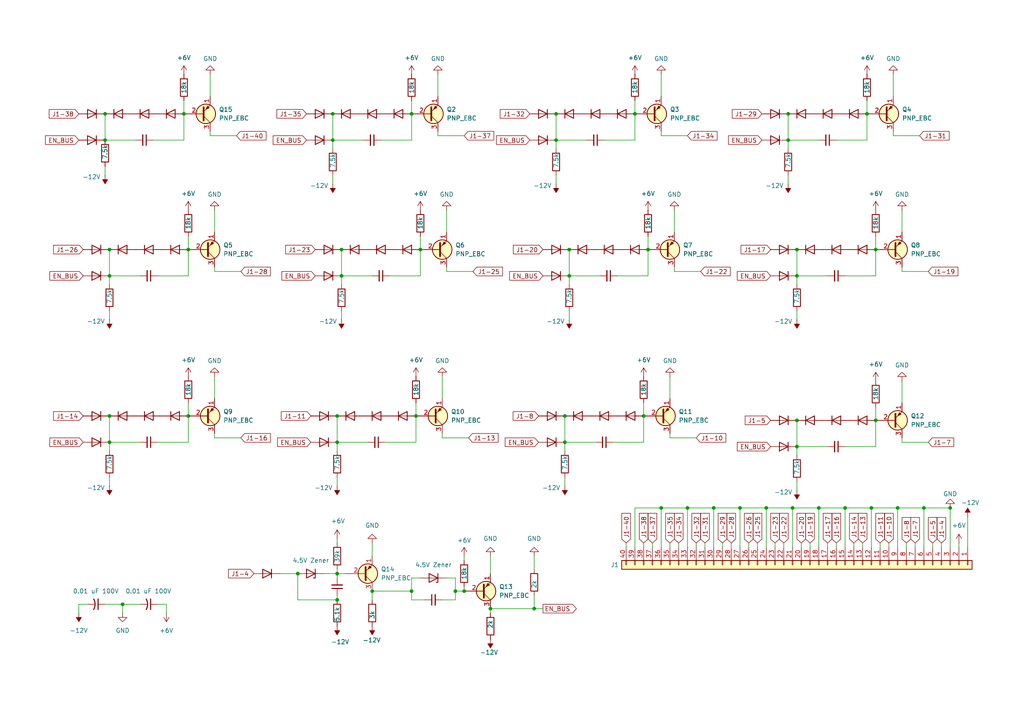
<source format=kicad_sch>
(kicad_sch (version 20250114) (generator "eeschema") (generator_version "9.0")
  (paper "A4")
  (title_block (title "LR312-1") (date "2025-08-01") (comment 9 "Hellorld!"))
  (junction (at 165.1 72.39))
  (junction (at 231.14 129.54))
  (junction (at 96.52 33.02))
  (junction (at 231.14 72.39))
  (junction (at 86.36 166.37))
  (junction (at 31.75 80.01))
  (junction (at 228.6 40.64))
  (junction (at 53.34 33.02))
  (junction (at 54.61 72.39))
  (junction (at 267.97 147.32))
  (junction (at 184.15 33.02))
  (junction (at 163.83 120.65))
  (junction (at 97.79 120.65))
  (junction (at 237.49 147.32))
  (junction (at 191.77 147.32))
  (junction (at 207.01 147.32))
  (junction (at 229.87 147.32))
  (junction (at 222.25 147.32))
  (junction (at 120.65 120.65))
  (junction (at 165.1 80.01))
  (junction (at 31.75 128.27))
  (junction (at 254 121.92))
  (junction (at 254 72.39))
  (junction (at 161.29 33.02))
  (junction (at 252.73 147.32))
  (junction (at 96.52 40.64))
  (junction (at 163.83 128.27))
  (junction (at 31.75 72.39))
  (junction (at 245.11 147.32))
  (junction (at 142.24 176.53))
  (junction (at 30.48 33.02))
  (junction (at 99.06 80.01))
  (junction (at 97.79 128.27))
  (junction (at 30.48 40.64))
  (junction (at 121.92 72.39))
  (junction (at 119.38 33.02))
  (junction (at 251.46 33.02))
  (junction (at 231.14 80.01))
  (junction (at 260.35 147.32))
  (junction (at 187.96 72.39))
  (junction (at 199.39 147.32))
  (junction (at 161.29 40.64))
  (junction (at 97.79 173.99))
  (junction (at 186.69 120.65))
  (junction (at 99.06 72.39))
  (junction (at 154.94 176.53))
  (junction (at 134.62 171.45))
  (junction (at 228.6 33.02))
  (junction (at 231.14 121.92))
  (junction (at 97.79 166.37))
  (junction (at 275.59 147.32))
  (junction (at 132.08 171.45))
  (junction (at 31.75 120.65))
  (junction (at 107.95 171.45))
  (junction (at 54.61 120.65))
  (junction (at 35.56 175.26))
  (junction (at 119.38 171.45))
  (junction (at 214.63 147.32))
  (wire (pts (xy 97.79 120.65) (xy 97.79 128.27)))
  (wire (pts (xy 96.52 40.64) (xy 96.52 43.18)))
  (wire (pts (xy 257.81 157.48) (xy 257.81 158.75)))
  (wire (pts (xy 54.61 120.65) (xy 54.61 128.27)))
  (wire (pts (xy 222.25 147.32) (xy 222.25 158.75)))
  (wire (pts (xy 245.11 129.54) (xy 254 129.54)))
  (wire (pts (xy 275.59 147.32) (xy 275.59 158.75)))
  (wire (pts (xy 96.52 50.8) (xy 96.52 53.34)))
  (wire (pts (xy 184.15 147.32) (xy 184.15 158.75)))
  (wire (pts (xy 267.97 147.32) (xy 267.97 158.75)))
  (wire (pts (xy 110.49 40.64) (xy 119.38 40.64)))
  (wire (pts (xy 252.73 147.32) (xy 252.73 158.75)))
  (wire (pts (xy 231.14 129.54) (xy 231.14 132.08)))
  (wire (pts (xy 189.23 157.48) (xy 189.23 158.75)))
  (wire (pts (xy 195.58 60.96) (xy 195.58 67.31)))
  (wire (pts (xy 184.15 33.02) (xy 184.15 40.64)))
  (wire (pts (xy 134.62 39.37) (xy 127 39.37)))
  (wire (pts (xy 260.35 147.32) (xy 267.97 147.32)))
  (wire (pts (xy 127 21.59) (xy 127 27.94)))
  (wire (pts (xy 134.62 161.29) (xy 134.62 162.56)))
  (wire (pts (xy 231.14 80.01) (xy 240.03 80.01)))
  (wire (pts (xy 119.38 167.64) (xy 121.92 167.64)))
  (wire (pts (xy 199.39 39.37) (xy 191.77 39.37)))
  (wire (pts (xy 266.7 39.37) (xy 259.08 39.37)))
  (wire (pts (xy 135.89 127) (xy 128.27 127)))
  (wire (pts (xy 22.86 175.26) (xy 25.4 175.26)))
  (wire (pts (xy 212.09 157.48) (xy 212.09 158.75)))
  (wire (pts (xy 228.6 33.02) (xy 228.6 40.64)))
  (wire (pts (xy 259.08 38.1) (xy 259.08 39.37)))
  (wire (pts (xy 132.08 171.45) (xy 132.08 173.99)))
  (wire (pts (xy 97.79 167.64) (xy 97.79 166.37)))
  (wire (pts (xy 250.19 157.48) (xy 250.19 158.75)))
  (wire (pts (xy 191.77 21.59) (xy 191.77 27.94)))
  (wire (pts (xy 137.16 78.74) (xy 129.54 78.74)))
  (wire (pts (xy 161.29 50.8) (xy 161.29 53.34)))
  (wire (pts (xy 31.75 80.01) (xy 31.75 82.55)))
  (wire (pts (xy 234.95 157.48) (xy 234.95 158.75)))
  (wire (pts (xy 261.62 60.96) (xy 261.62 67.31)))
  (wire (pts (xy 35.56 175.26) (xy 40.64 175.26)))
  (wire (pts (xy 255.27 157.48) (xy 255.27 158.75)))
  (wire (pts (xy 251.46 29.21) (xy 251.46 33.02)))
  (wire (pts (xy 129.54 60.96) (xy 129.54 67.31)))
  (wire (pts (xy 68.58 39.37) (xy 60.96 39.37)))
  (wire (pts (xy 228.6 50.8) (xy 228.6 53.34)))
  (wire (pts (xy 163.83 138.43) (xy 163.83 140.97)))
  (wire (pts (xy 251.46 33.02) (xy 251.46 40.64)))
  (wire (pts (xy 209.55 157.48) (xy 209.55 158.75)))
  (wire (pts (xy 196.85 157.48) (xy 196.85 158.75)))
  (wire (pts (xy 97.79 166.37) (xy 100.33 166.37)))
  (wire (pts (xy 280.67 149.86) (xy 280.67 158.75)))
  (wire (pts (xy 129.54 167.64) (xy 132.08 167.64)))
  (wire (pts (xy 60.96 21.59) (xy 60.96 27.94)))
  (wire (pts (xy 97.79 156.21) (xy 97.79 157.48)))
  (wire (pts (xy 242.57 40.64) (xy 251.46 40.64)))
  (wire (pts (xy 69.85 127) (xy 62.23 127)))
  (wire (pts (xy 214.63 147.32) (xy 222.25 147.32)))
  (wire (pts (xy 30.48 175.26) (xy 35.56 175.26)))
  (wire (pts (xy 62.23 77.47) (xy 62.23 78.74)))
  (wire (pts (xy 62.23 60.96) (xy 62.23 67.31)))
  (wire (pts (xy 181.61 157.48) (xy 181.61 158.75)))
  (wire (pts (xy 237.49 147.32) (xy 237.49 158.75)))
  (wire (pts (xy 194.31 125.73) (xy 194.31 127)))
  (wire (pts (xy 194.31 157.48) (xy 194.31 158.75)))
  (wire (pts (xy 254 118.11) (xy 254 121.92)))
  (wire (pts (xy 81.28 166.37) (xy 86.36 166.37)))
  (wire (pts (xy 186.69 120.65) (xy 186.69 128.27)))
  (wire (pts (xy 229.87 147.32) (xy 237.49 147.32)))
  (wire (pts (xy 30.48 40.64) (xy 39.37 40.64)))
  (wire (pts (xy 261.62 110.49) (xy 261.62 116.84)))
  (wire (pts (xy 121.92 72.39) (xy 121.92 80.01)))
  (wire (pts (xy 54.61 68.58) (xy 54.61 72.39)))
  (wire (pts (xy 231.14 90.17) (xy 231.14 92.71)))
  (wire (pts (xy 203.2 78.74) (xy 195.58 78.74)))
  (wire (pts (xy 259.08 21.59) (xy 259.08 27.94)))
  (wire (pts (xy 128.27 173.99) (xy 132.08 173.99)))
  (wire (pts (xy 228.6 40.64) (xy 237.49 40.64)))
  (wire (pts (xy 195.58 77.47) (xy 195.58 78.74)))
  (wire (pts (xy 119.38 33.02) (xy 119.38 40.64)))
  (wire (pts (xy 96.52 40.64) (xy 105.41 40.64)))
  (wire (pts (xy 175.26 40.64) (xy 184.15 40.64)))
  (wire (pts (xy 97.79 128.27) (xy 106.68 128.27)))
  (wire (pts (xy 97.79 138.43) (xy 97.79 140.97)))
  (wire (pts (xy 35.56 175.26) (xy 35.56 177.8)))
  (wire (pts (xy 97.79 165.1) (xy 97.79 166.37)))
  (wire (pts (xy 62.23 125.73) (xy 62.23 127)))
  (wire (pts (xy 229.87 147.32) (xy 229.87 158.75)))
  (wire (pts (xy 231.14 129.54) (xy 240.03 129.54)))
  (wire (pts (xy 119.38 171.45) (xy 119.38 167.64)))
  (wire (pts (xy 154.94 161.29) (xy 154.94 165.1)))
  (wire (pts (xy 254 68.58) (xy 254 72.39)))
  (wire (pts (xy 128.27 109.22) (xy 128.27 115.57)))
  (wire (pts (xy 69.85 78.74) (xy 62.23 78.74)))
  (wire (pts (xy 252.73 147.32) (xy 260.35 147.32)))
  (wire (pts (xy 199.39 147.32) (xy 199.39 158.75)))
  (wire (pts (xy 245.11 147.32) (xy 252.73 147.32)))
  (wire (pts (xy 45.72 128.27) (xy 54.61 128.27)))
  (wire (pts (xy 31.75 72.39) (xy 31.75 80.01)))
  (wire (pts (xy 31.75 128.27) (xy 31.75 130.81)))
  (wire (pts (xy 107.95 171.45) (xy 119.38 171.45)))
  (wire (pts (xy 99.06 80.01) (xy 107.95 80.01)))
  (wire (pts (xy 201.93 127) (xy 194.31 127)))
  (wire (pts (xy 120.65 120.65) (xy 120.65 128.27)))
  (wire (pts (xy 214.63 147.32) (xy 214.63 158.75)))
  (wire (pts (xy 254 72.39) (xy 254 80.01)))
  (wire (pts (xy 132.08 167.64) (xy 132.08 171.45)))
  (wire (pts (xy 163.83 128.27) (xy 163.83 130.81)))
  (wire (pts (xy 30.48 48.26) (xy 30.48 50.8)))
  (wire (pts (xy 132.08 171.45) (xy 134.62 171.45)))
  (wire (pts (xy 99.06 80.01) (xy 99.06 82.55)))
  (wire (pts (xy 45.72 80.01) (xy 54.61 80.01)))
  (wire (pts (xy 154.94 176.53) (xy 157.48 176.53)))
  (wire (pts (xy 128.27 125.73) (xy 128.27 127)))
  (wire (pts (xy 231.14 121.92) (xy 231.14 129.54)))
  (wire (pts (xy 123.19 173.99) (xy 119.38 173.99)))
  (wire (pts (xy 242.57 157.48) (xy 242.57 158.75)))
  (wire (pts (xy 127 38.1) (xy 127 39.37)))
  (wire (pts (xy 97.79 128.27) (xy 97.79 130.81)))
  (wire (pts (xy 191.77 147.32) (xy 199.39 147.32)))
  (wire (pts (xy 163.83 128.27) (xy 172.72 128.27)))
  (wire (pts (xy 93.98 166.37) (xy 97.79 166.37)))
  (wire (pts (xy 199.39 147.32) (xy 207.01 147.32)))
  (wire (pts (xy 22.86 177.8) (xy 22.86 175.26)))
  (wire (pts (xy 245.11 80.01) (xy 254 80.01)))
  (wire (pts (xy 265.43 157.48) (xy 265.43 158.75)))
  (wire (pts (xy 186.69 116.84) (xy 186.69 120.65)))
  (wire (pts (xy 161.29 33.02) (xy 161.29 40.64)))
  (wire (pts (xy 260.35 147.32) (xy 260.35 158.75)))
  (wire (pts (xy 165.1 72.39) (xy 165.1 80.01)))
  (wire (pts (xy 120.65 116.84) (xy 120.65 120.65)))
  (wire (pts (xy 48.26 175.26) (xy 45.72 175.26)))
  (wire (pts (xy 107.95 157.48) (xy 107.95 161.29)))
  (wire (pts (xy 240.03 157.48) (xy 240.03 158.75)))
  (wire (pts (xy 273.05 157.48) (xy 273.05 158.75)))
  (wire (pts (xy 31.75 128.27) (xy 40.64 128.27)))
  (wire (pts (xy 165.1 90.17) (xy 165.1 92.71)))
  (wire (pts (xy 31.75 80.01) (xy 40.64 80.01)))
  (wire (pts (xy 270.51 157.48) (xy 270.51 158.75)))
  (wire (pts (xy 97.79 173.99) (xy 86.36 173.99)))
  (wire (pts (xy 163.83 120.65) (xy 163.83 128.27)))
  (wire (pts (xy 134.62 170.18) (xy 134.62 171.45)))
  (wire (pts (xy 219.71 157.48) (xy 219.71 158.75)))
  (wire (pts (xy 121.92 68.58) (xy 121.92 72.39)))
  (wire (pts (xy 60.96 38.1) (xy 60.96 39.37)))
  (wire (pts (xy 194.31 109.22) (xy 194.31 115.57)))
  (wire (pts (xy 186.69 157.48) (xy 186.69 158.75)))
  (wire (pts (xy 31.75 120.65) (xy 31.75 128.27)))
  (wire (pts (xy 245.11 147.32) (xy 245.11 158.75)))
  (wire (pts (xy 54.61 116.84) (xy 54.61 120.65)))
  (wire (pts (xy 154.94 176.53) (xy 142.24 176.53)))
  (wire (pts (xy 269.24 128.27) (xy 261.62 128.27)))
  (wire (pts (xy 231.14 72.39) (xy 231.14 80.01)))
  (wire (pts (xy 165.1 80.01) (xy 173.99 80.01)))
  (wire (pts (xy 142.24 176.53) (xy 142.24 177.8)))
  (wire (pts (xy 237.49 147.32) (xy 245.11 147.32)))
  (wire (pts (xy 224.79 157.48) (xy 224.79 158.75)))
  (wire (pts (xy 191.77 147.32) (xy 191.77 158.75)))
  (wire (pts (xy 54.61 72.39) (xy 54.61 80.01)))
  (wire (pts (xy 228.6 40.64) (xy 228.6 43.18)))
  (wire (pts (xy 217.17 157.48) (xy 217.17 158.75)))
  (wire (pts (xy 261.62 127) (xy 261.62 128.27)))
  (wire (pts (xy 187.96 72.39) (xy 187.96 80.01)))
  (wire (pts (xy 184.15 29.21) (xy 184.15 33.02)))
  (wire (pts (xy 53.34 29.21) (xy 53.34 33.02)))
  (wire (pts (xy 142.24 161.29) (xy 142.24 166.37)))
  (wire (pts (xy 113.03 80.01) (xy 121.92 80.01)))
  (wire (pts (xy 161.29 40.64) (xy 161.29 43.18)))
  (wire (pts (xy 44.45 40.64) (xy 53.34 40.64)))
  (wire (pts (xy 201.93 157.48) (xy 201.93 158.75)))
  (wire (pts (xy 96.52 33.02) (xy 96.52 40.64)))
  (wire (pts (xy 165.1 80.01) (xy 165.1 82.55)))
  (wire (pts (xy 232.41 157.48) (xy 232.41 158.75)))
  (wire (pts (xy 99.06 72.39) (xy 99.06 80.01)))
  (wire (pts (xy 30.48 33.02) (xy 30.48 40.64)))
  (wire (pts (xy 207.01 147.32) (xy 207.01 158.75)))
  (wire (pts (xy 269.24 78.74) (xy 261.62 78.74)))
  (wire (pts (xy 231.14 80.01) (xy 231.14 82.55)))
  (wire (pts (xy 161.29 40.64) (xy 170.18 40.64)))
  (wire (pts (xy 48.26 177.8) (xy 48.26 175.26)))
  (wire (pts (xy 231.14 139.7) (xy 231.14 142.24)))
  (wire (pts (xy 222.25 147.32) (xy 229.87 147.32)))
  (wire (pts (xy 119.38 29.21) (xy 119.38 33.02)))
  (wire (pts (xy 227.33 157.48) (xy 227.33 158.75)))
  (wire (pts (xy 86.36 166.37) (xy 86.36 173.99)))
  (wire (pts (xy 179.07 80.01) (xy 187.96 80.01)))
  (wire (pts (xy 254 121.92) (xy 254 129.54)))
  (wire (pts (xy 99.06 90.17) (xy 99.06 92.71)))
  (wire (pts (xy 247.65 157.48) (xy 247.65 158.75)))
  (wire (pts (xy 262.89 157.48) (xy 262.89 158.75)))
  (wire (pts (xy 53.34 33.02) (xy 53.34 40.64)))
  (wire (pts (xy 31.75 90.17) (xy 31.75 92.71)))
  (wire (pts (xy 191.77 147.32) (xy 184.15 147.32)))
  (wire (pts (xy 154.94 172.72) (xy 154.94 176.53)))
  (wire (pts (xy 111.76 128.27) (xy 120.65 128.27)))
  (wire (pts (xy 278.13 157.48) (xy 278.13 158.75)))
  (wire (pts (xy 177.8 128.27) (xy 186.69 128.27)))
  (wire (pts (xy 62.23 109.22) (xy 62.23 115.57)))
  (wire (pts (xy 204.47 157.48) (xy 204.47 158.75)))
  (wire (pts (xy 191.77 38.1) (xy 191.77 39.37)))
  (wire (pts (xy 31.75 138.43) (xy 31.75 140.97)))
  (wire (pts (xy 107.95 173.99) (xy 107.95 171.45)))
  (wire (pts (xy 129.54 77.47) (xy 129.54 78.74)))
  (wire (pts (xy 207.01 147.32) (xy 214.63 147.32)))
  (wire (pts (xy 119.38 173.99) (xy 119.38 171.45)))
  (wire (pts (xy 187.96 68.58) (xy 187.96 72.39)))
  (wire (pts (xy 97.79 172.72) (xy 97.79 173.99)))
  (wire (pts (xy 267.97 147.32) (xy 275.59 147.32)))
  (wire (pts (xy 261.62 77.47) (xy 261.62 78.74)))
  (global_label "J1-35" (shape input) (at 88.9 33.02 180) (property "Intersheetrefs" "${INTERSHEET_REFS}" (effects (hide yes))))
  (global_label "J1-25" (shape input) (at 137.16 78.74 0) (property "Intersheetrefs" "${INTERSHEET_REFS}" (effects (hide yes))))
  (global_label "J1-25" (shape input) (at 219.71 157.48 90) (property "Intersheetrefs" "${INTERSHEET_REFS}" (effects (hide yes))))
  (global_label "EN_BUS" (shape input) (at 153.67 40.64 180) (property "Intersheetrefs" "${INTERSHEET_REFS}" (effects (hide yes))))
  (global_label "J1-34" (shape input) (at 196.85 157.48 90) (property "Intersheetrefs" "${INTERSHEET_REFS}" (effects (hide yes))))
  (global_label "J1-5" (shape input) (at 270.51 157.48 90) (property "Intersheetrefs" "${INTERSHEET_REFS}" (effects (hide yes))))
  (global_label "J1-16" (shape input) (at 242.57 157.48 90) (property "Intersheetrefs" "${INTERSHEET_REFS}" (effects (hide yes))))
  (global_label "J1-10" (shape input) (at 257.81 157.48 90) (property "Intersheetrefs" "${INTERSHEET_REFS}" (effects (hide yes))))
  (global_label "EN_BUS" (shape input) (at 223.52 129.54 180) (property "Intersheetrefs" "${INTERSHEET_REFS}" (effects (hide yes))))
  (global_label "J1-19" (shape input) (at 269.24 78.74 0) (property "Intersheetrefs" "${INTERSHEET_REFS}" (effects (hide yes))))
  (global_label "J1-19" (shape input) (at 234.95 157.48 90) (property "Intersheetrefs" "${INTERSHEET_REFS}" (effects (hide yes))))
  (global_label "J1-37" (shape input) (at 134.62 39.37 0) (property "Intersheetrefs" "${INTERSHEET_REFS}" (effects (hide yes))))
  (global_label "J1-37" (shape input) (at 189.23 157.48 90) (property "Intersheetrefs" "${INTERSHEET_REFS}" (effects (hide yes))))
  (global_label "J1-17" (shape input) (at 240.03 157.48 90) (property "Intersheetrefs" "${INTERSHEET_REFS}" (effects (hide yes))))
  (global_label "J1-11" (shape input) (at 90.17 120.65 180) (property "Intersheetrefs" "${INTERSHEET_REFS}" (effects (hide yes))))
  (global_label "J1-14" (shape input) (at 247.65 157.48 90) (property "Intersheetrefs" "${INTERSHEET_REFS}" (effects (hide yes))))
  (global_label "EN_BUS" (shape input) (at 156.21 128.27 180) (property "Intersheetrefs" "${INTERSHEET_REFS}" (effects (hide yes))))
  (global_label "J1-40" (shape input) (at 68.58 39.37 0) (property "Intersheetrefs" "${INTERSHEET_REFS}" (effects (hide yes))))
  (global_label "J1-26" (shape input) (at 24.13 72.39 180) (property "Intersheetrefs" "${INTERSHEET_REFS}" (effects (hide yes))))
  (global_label "J1-20" (shape input) (at 232.41 157.48 90) (property "Intersheetrefs" "${INTERSHEET_REFS}" (effects (hide yes))))
  (global_label "J1-13" (shape input) (at 250.19 157.48 90) (property "Intersheetrefs" "${INTERSHEET_REFS}" (effects (hide yes))))
  (global_label "EN_BUS" (shape input) (at 88.9 40.64 180) (property "Intersheetrefs" "${INTERSHEET_REFS}" (effects (hide yes))))
  (global_label "J1-4" (shape input) (at 73.66 166.37 180) (property "Intersheetrefs" "${INTERSHEET_REFS}" (effects (hide yes))))
  (global_label "EN_BUS" (shape input) (at 24.13 80.01 180) (property "Intersheetrefs" "${INTERSHEET_REFS}" (effects (hide yes))))
  (global_label "J1-32" (shape input) (at 153.67 33.02 180) (property "Intersheetrefs" "${INTERSHEET_REFS}" (effects (hide yes))))
  (global_label "J1-16" (shape input) (at 69.85 127 0) (property "Intersheetrefs" "${INTERSHEET_REFS}" (effects (hide yes))))
  (global_label "J1-29" (shape input) (at 209.55 157.48 90) (property "Intersheetrefs" "${INTERSHEET_REFS}" (effects (hide yes))))
  (global_label "J1-32" (shape input) (at 201.93 157.48 90) (property "Intersheetrefs" "${INTERSHEET_REFS}" (effects (hide yes))))
  (global_label "J1-28" (shape input) (at 212.09 157.48 90) (property "Intersheetrefs" "${INTERSHEET_REFS}" (effects (hide yes))))
  (global_label "J1-29" (shape input) (at 220.98 33.02 180) (property "Intersheetrefs" "${INTERSHEET_REFS}" (effects (hide yes))))
  (global_label "EN_BUS" (shape input) (at 24.13 128.27 180) (property "Intersheetrefs" "${INTERSHEET_REFS}" (effects (hide yes))))
  (global_label "J1-10" (shape input) (at 201.93 127 0) (property "Intersheetrefs" "${INTERSHEET_REFS}" (effects (hide yes))))
  (global_label "J1-8" (shape input) (at 262.89 157.48 90) (property "Intersheetrefs" "${INTERSHEET_REFS}" (effects (hide yes))))
  (global_label "J1-34" (shape input) (at 199.39 39.37 0) (property "Intersheetrefs" "${INTERSHEET_REFS}" (effects (hide yes))))
  (global_label "EN_BUS" (shape input) (at 223.52 80.01 180) (property "Intersheetrefs" "${INTERSHEET_REFS}" (effects (hide yes))))
  (global_label "J1-23" (shape input) (at 224.79 157.48 90) (property "Intersheetrefs" "${INTERSHEET_REFS}" (effects (hide yes))))
  (global_label "J1-23" (shape input) (at 91.44 72.39 180) (property "Intersheetrefs" "${INTERSHEET_REFS}" (effects (hide yes))))
  (global_label "J1-11" (shape input) (at 255.27 157.48 90) (property "Intersheetrefs" "${INTERSHEET_REFS}" (effects (hide yes))))
  (global_label "J1-38" (shape input) (at 22.86 33.02 180) (property "Intersheetrefs" "${INTERSHEET_REFS}" (effects (hide yes))))
  (global_label "J1-40" (shape input) (at 181.61 157.48 90) (property "Intersheetrefs" "${INTERSHEET_REFS}" (effects (hide yes))))
  (global_label "J1-8" (shape input) (at 156.21 120.65 180) (property "Intersheetrefs" "${INTERSHEET_REFS}" (effects (hide yes))))
  (global_label "J1-14" (shape input) (at 24.13 120.65 180) (property "Intersheetrefs" "${INTERSHEET_REFS}" (effects (hide yes))))
  (global_label "J1-7" (shape input) (at 269.24 128.27 0) (property "Intersheetrefs" "${INTERSHEET_REFS}" (effects (hide yes))))
  (global_label "EN_BUS" (shape output) (at 157.48 176.53 0) (property "Intersheetrefs" "${INTERSHEET_REFS}" (effects (hide yes))))
  (global_label "J1-13" (shape input) (at 135.89 127 0) (property "Intersheetrefs" "${INTERSHEET_REFS}" (effects (hide yes))))
  (global_label "J1-5" (shape input) (at 223.52 121.92 180) (property "Intersheetrefs" "${INTERSHEET_REFS}" (effects (hide yes))))
  (global_label "EN_BUS" (shape input) (at 157.48 80.01 180) (property "Intersheetrefs" "${INTERSHEET_REFS}" (effects (hide yes))))
  (global_label "J1-28" (shape input) (at 69.85 78.74 0) (property "Intersheetrefs" "${INTERSHEET_REFS}" (effects (hide yes))))
  (global_label "J1-7" (shape input) (at 265.43 157.48 90) (property "Intersheetrefs" "${INTERSHEET_REFS}" (effects (hide yes))))
  (global_label "J1-22" (shape input) (at 227.33 157.48 90) (property "Intersheetrefs" "${INTERSHEET_REFS}" (effects (hide yes))))
  (global_label "J1-17" (shape input) (at 223.52 72.39 180) (property "Intersheetrefs" "${INTERSHEET_REFS}" (effects (hide yes))))
  (global_label "J1-4" (shape input) (at 273.05 157.48 90) (property "Intersheetrefs" "${INTERSHEET_REFS}" (effects (hide yes))))
  (global_label "J1-26" (shape input) (at 217.17 157.48 90) (property "Intersheetrefs" "${INTERSHEET_REFS}" (effects (hide yes))))
  (global_label "EN_BUS" (shape input) (at 22.86 40.64 180) (property "Intersheetrefs" "${INTERSHEET_REFS}" (effects (hide yes))))
  (global_label "J1-35" (shape input) (at 194.31 157.48 90) (property "Intersheetrefs" "${INTERSHEET_REFS}" (effects (hide yes))))
  (global_label "J1-38" (shape input) (at 186.69 157.48 90) (property "Intersheetrefs" "${INTERSHEET_REFS}" (effects (hide yes))))
  (global_label "J1-22" (shape input) (at 203.2 78.74 0) (property "Intersheetrefs" "${INTERSHEET_REFS}" (effects (hide yes))))
  (global_label "J1-20" (shape input) (at 157.48 72.39 180) (property "Intersheetrefs" "${INTERSHEET_REFS}" (effects (hide yes))))
  (global_label "EN_BUS" (shape input) (at 90.17 128.27 180) (property "Intersheetrefs" "${INTERSHEET_REFS}" (effects (hide yes))))
  (global_label "J1-31" (shape input) (at 204.47 157.48 90) (property "Intersheetrefs" "${INTERSHEET_REFS}" (effects (hide yes))))
  (global_label "EN_BUS" (shape input) (at 220.98 40.64 180) (property "Intersheetrefs" "${INTERSHEET_REFS}" (effects (hide yes))))
  (global_label "EN_BUS" (shape input) (at 91.44 80.01 180) (property "Intersheetrefs" "${INTERSHEET_REFS}" (effects (hide yes))))
  (global_label "J1-31" (shape input) (at 266.7 39.37 0) (property "Intersheetrefs" "${INTERSHEET_REFS}" (effects (hide yes))))
  (symbol (lib_id "power:+6V") (at 254 60.96 0) (unit 1)
    (property "Reference" "#PWR036" (effects (hide yes)))
    (property "Value" "+6V" (at 254 56.134 0))
    (property "Description" "Power symbol creates a global label with name \"+6V\"" (effects (hide yes)))
  )
  (symbol (lib_id "PCM_Transistor_BJT_AKL:Q_PNP_Generic_EBC") (at 59.69 72.39 0) (unit 1)
    (property "Reference" "Q5" (at 64.77 71.1199 0) (effects (justify left)))
    (property "Value" "PNP_EBC" (at 64.77 73.6599 0) (effects (justify left)))
    (property "Footprint" "Package_TO_SOT_THT:TO-18-3" (effects (hide yes)))
    (property "Description" "PNP transistor, generic symbol, Alternate KiCAD Library" (effects (hide yes)))
  )
  (symbol (lib_id "power:-12V") (at 31.75 92.71 180) (unit 1)
    (property "Reference" "#PWR026" (effects (hide yes)))
    (property "Value" "-12V" (at 25.146 93.218 0) (effects (justify right)))
    (property "Description" "Power symbol creates a global label with name \"-12V\"" (effects (hide yes)))
  )
  (symbol (lib_id "Device:C_Small") (at 97.79 170.18 180) (unit 1)
    (property "Reference" "C18" (effects (hide yes)))
    (property "Value" "C_Small" (effects (hide yes)))
    (property "Footprint" "Capacitor_THT:C_Rect_L7.2mm_W2.5mm_P5.00mm_FKS2_FKP2_MKS2_MKP2" (effects (hide yes)))
    (property "Description" "Unpolarized capacitor, small symbol" (effects (hide yes)))
  )
  (symbol (lib_id "power:-12V") (at 161.29 53.34 180) (unit 1)
    (property "Reference" "#PWR011" (effects (hide yes)))
    (property "Value" "-12V" (at 154.686 53.848 0) (effects (justify right)))
    (property "Description" "Power symbol creates a global label with name \"-12V\"" (effects (hide yes)))
  )
  (symbol (lib_id "PCM_Transistor_BJT_AKL:Q_PNP_Generic_EBC") (at 125.73 120.65 0) (unit 1)
    (property "Reference" "Q10" (at 130.81 119.3799 0) (effects (justify left)))
    (property "Value" "PNP_EBC" (at 130.81 121.9199 0) (effects (justify left)))
    (property "Footprint" "Package_TO_SOT_THT:TO-18-3" (effects (hide yes)))
    (property "Description" "PNP transistor, generic symbol, Alternate KiCAD Library" (effects (hide yes)))
  )
  (symbol (lib_id "Device:R") (at 187.96 64.77 0) (unit 1)
    (property "Reference" "R26" (effects (hide yes)))
    (property "Value" "18k" (at 187.96 66.548 90) (effects (justify left)))
    (property "Footprint" "Resistor_THT:R_Axial_DIN0309_L9.0mm_D3.2mm_P12.70mm_Horizontal" (effects (hide yes)))
    (property "Description" "Resistor" (effects (hide yes)))
  )
  (symbol (lib_id "Device:C_Small") (at 110.49 80.01 270) (unit 1)
    (property "Reference" "C11" (effects (hide yes)))
    (property "Value" "C_Small" (effects (hide yes)))
    (property "Footprint" "Capacitor_THT:C_Rect_L10.0mm_W2.5mm_P7.50mm_MKS4" (effects (hide yes)))
    (property "Description" "Unpolarized capacitor, small symbol" (effects (hide yes)))
  )
  (symbol (lib_id "Device:C_Small") (at 43.18 128.27 270) (unit 1)
    (property "Reference" "C14" (effects (hide yes)))
    (property "Value" "C_Small" (effects (hide yes)))
    (property "Footprint" "Capacitor_THT:C_Rect_L10.0mm_W2.5mm_P7.50mm_MKS4" (effects (hide yes)))
    (property "Description" "Unpolarized capacitor, small symbol" (effects (hide yes)))
  )
  (symbol (lib_id "Diode:1N4148WT") (at 227.33 129.54 180) (unit 1)
    (property "Reference" "D67" (effects (hide yes)))
    (property "Value" "1N4148WT" (effects (hide yes)))
    (property "Footprint" "Diode_THT:D_A-405_P12.70mm_Horizontal" (effects (hide yes)))
    (property "Datasheet" "https://www.diodes.com/assets/Datasheets/ds30396.pdf" (effects (hide yes)))
    (property "Description" "75V 0.15A Fast switching Diode, SOD-523" (effects (hide yes)))
    (property "Sim.Device" "D" (effects (hide yes)))
    (property "Sim.Pins" "1=K 2=A" (effects (hide yes)))
  )
  (symbol (lib_id "power:+6V") (at 254 110.49 0) (unit 1)
    (property "Reference" "#PWR048" (effects (hide yes)))
    (property "Value" "+6V" (at 254 105.664 0))
    (property "Description" "Power symbol creates a global label with name \"+6V\"" (effects (hide yes)))
  )
  (symbol (lib_id "Diode:1N4148WT") (at 41.91 33.02 0) (unit 1)
    (property "Reference" "D2" (effects (hide yes)))
    (property "Value" "1N4148WT" (effects (hide yes)))
    (property "Footprint" "Diode_THT:D_A-405_P12.70mm_Horizontal" (effects (hide yes)))
    (property "Datasheet" "https://www.diodes.com/assets/Datasheets/ds30396.pdf" (effects (hide yes)))
    (property "Description" "75V 0.15A Fast switching Diode, SOD-523" (effects (hide yes)))
    (property "Sim.Device" "D" (effects (hide yes)))
    (property "Sim.Pins" "1=K 2=A" (effects (hide yes)))
  )
  (symbol (lib_id "power:-12V") (at 31.75 140.97 180) (unit 1)
    (property "Reference" "#PWR038" (effects (hide yes)))
    (property "Value" "-12V" (at 25.146 141.478 0) (effects (justify right)))
    (property "Description" "Power symbol creates a global label with name \"-12V\"" (effects (hide yes)))
  )
  (symbol (lib_id "Diode:1N4148WT") (at 107.95 33.02 0) (unit 1)
    (property "Reference" "D24" (effects (hide yes)))
    (property "Value" "1N4148WT" (effects (hide yes)))
    (property "Footprint" "Diode_THT:D_A-405_P12.70mm_Horizontal" (effects (hide yes)))
    (property "Datasheet" "https://www.diodes.com/assets/Datasheets/ds30396.pdf" (effects (hide yes)))
    (property "Description" "75V 0.15A Fast switching Diode, SOD-523" (effects (hide yes)))
    (property "Sim.Device" "D" (effects (hide yes)))
    (property "Sim.Pins" "1=K 2=A" (effects (hide yes)))
  )
  (symbol (lib_id "Diode:1N4148WT") (at 118.11 72.39 0) (unit 1)
    (property "Reference" "D40" (effects (hide yes)))
    (property "Value" "1N4148WT" (effects (hide yes)))
    (property "Footprint" "Diode_THT:D_A-405_P12.70mm_Horizontal" (effects (hide yes)))
    (property "Datasheet" "https://www.diodes.com/assets/Datasheets/ds30396.pdf" (effects (hide yes)))
    (property "Description" "75V 0.15A Fast switching Diode, SOD-523" (effects (hide yes)))
    (property "Sim.Device" "D" (effects (hide yes)))
    (property "Sim.Pins" "1=K 2=A" (effects (hide yes)))
  )
  (symbol (lib_id "Device:C_Small") (at 107.95 40.64 270) (unit 1)
    (property "Reference" "C8" (effects (hide yes)))
    (property "Value" "C_Small" (effects (hide yes)))
    (property "Footprint" "Capacitor_THT:C_Rect_L10.0mm_W2.5mm_P7.50mm_MKS4" (effects (hide yes)))
    (property "Description" "Unpolarized capacitor, small symbol" (effects (hide yes)))
  )
  (symbol (lib_id "Diode:1N4148WT") (at 93.98 128.27 180) (unit 1)
    (property "Reference" "D57" (effects (hide yes)))
    (property "Value" "1N4148WT" (effects (hide yes)))
    (property "Footprint" "Diode_THT:D_A-405_P12.70mm_Horizontal" (effects (hide yes)))
    (property "Datasheet" "https://www.diodes.com/assets/Datasheets/ds30396.pdf" (effects (hide yes)))
    (property "Description" "75V 0.15A Fast switching Diode, SOD-523" (effects (hide yes)))
    (property "Sim.Device" "D" (effects (hide yes)))
    (property "Sim.Pins" "1=K 2=A" (effects (hide yes)))
  )
  (symbol (lib_id "Device:C_Small") (at 172.72 40.64 270) (unit 1)
    (property "Reference" "C3" (effects (hide yes)))
    (property "Value" "C_Small" (effects (hide yes)))
    (property "Footprint" "Capacitor_THT:C_Rect_L10.0mm_W2.5mm_P7.50mm_MKS4" (effects (hide yes)))
    (property "Description" "Unpolarized capacitor, small symbol" (effects (hide yes)))
  )
  (symbol (lib_id "power:+6V") (at 119.38 21.59 0) (unit 1)
    (property "Reference" "#PWR021" (effects (hide yes)))
    (property "Value" "+6V" (at 119.38 16.764 0))
    (property "Description" "Power symbol creates a global label with name \"+6V\"" (effects (hide yes)))
  )
  (symbol (lib_id "Diode:1N4148WT") (at 35.56 72.39 0) (unit 1)
    (property "Reference" "D33" (effects (hide yes)))
    (property "Value" "1N4148WT" (effects (hide yes)))
    (property "Footprint" "Diode_THT:D_A-405_P12.70mm_Horizontal" (effects (hide yes)))
    (property "Datasheet" "https://www.diodes.com/assets/Datasheets/ds30396.pdf" (effects (hide yes)))
    (property "Description" "75V 0.15A Fast switching Diode, SOD-523" (effects (hide yes)))
    (property "Sim.Device" "D" (effects (hide yes)))
    (property "Sim.Pins" "1=K 2=A" (effects (hide yes)))
  )
  (symbol (lib_id "power:+6V") (at 48.26 177.8 180) (unit 1)
    (property "Reference" "#PWR05" (effects (hide yes)))
    (property "Value" "+6V" (at 48.26 182.88 0))
    (property "Description" "Power symbol creates a global label with name \"+6V\"" (effects (hide yes)))
  )
  (symbol (lib_id "power:+6V") (at 187.96 60.96 0) (unit 1)
    (property "Reference" "#PWR033" (effects (hide yes)))
    (property "Value" "+6V" (at 187.96 56.134 0))
    (property "Description" "Power symbol creates a global label with name \"+6V\"" (effects (hide yes)))
  )
  (symbol (lib_id "Device:R") (at 231.14 86.36 0) (unit 1)
    (property "Reference" "R28" (effects (hide yes)))
    (property "Value" "7.5k" (at 231.14 88.138 90) (effects (justify left)))
    (property "Footprint" "Resistor_THT:R_Axial_DIN0309_L9.0mm_D3.2mm_P12.70mm_Horizontal" (effects (hide yes)))
    (property "Description" "Resistor" (effects (hide yes)))
  )
  (symbol (lib_id "power:GND") (at 62.23 60.96 180) (unit 1)
    (property "Reference" "#PWR028" (effects (hide yes)))
    (property "Value" "GND" (at 60.198 56.388 0) (effects (justify right)))
    (property "Description" "Power symbol creates a global label with name \"GND\" , ground" (effects (hide yes)))
  )
  (symbol (lib_id "power:-12V") (at 231.14 142.24 180) (unit 1)
    (property "Reference" "#PWR047" (effects (hide yes)))
    (property "Value" "-12V" (at 224.536 142.748 0) (effects (justify right)))
    (property "Description" "Power symbol creates a global label with name \"-12V\"" (effects (hide yes)))
  )
  (symbol (lib_id "Device:R") (at 121.92 64.77 0) (unit 1)
    (property "Reference" "R23" (effects (hide yes)))
    (property "Value" "18k" (at 121.92 66.548 90) (effects (justify left)))
    (property "Footprint" "Resistor_THT:R_Axial_DIN0309_L9.0mm_D3.2mm_P12.70mm_Horizontal" (effects (hide yes)))
    (property "Description" "Resistor" (effects (hide yes)))
  )
  (symbol (lib_id "Device:R") (at 154.94 168.91 0) (unit 1)
    (property "Reference" "R50" (effects (hide yes)))
    (property "Value" "2k" (at 154.94 170.688 90) (effects (justify left)))
    (property "Footprint" "Resistor_THT:R_Axial_DIN0309_L9.0mm_D3.2mm_P12.70mm_Horizontal" (effects (hide yes)))
    (property "Description" "Resistor" (effects (hide yes)))
  )
  (symbol (lib_id "Device:R") (at 119.38 25.4 0) (unit 1)
    (property "Reference" "R14" (effects (hide yes)))
    (property "Value" "18k" (at 119.38 27.178 90) (effects (justify left)))
    (property "Footprint" "Resistor_THT:R_Axial_DIN0309_L9.0mm_D3.2mm_P12.70mm_Horizontal" (effects (hide yes)))
    (property "Description" "Resistor" (effects (hide yes)))
  )
  (symbol (lib_id "Device:R") (at 97.79 134.62 0) (unit 1)
    (property "Reference" "R34" (effects (hide yes)))
    (property "Value" "7.5k" (at 97.79 136.398 90) (effects (justify left)))
    (property "Footprint" "Resistor_THT:R_Axial_DIN0309_L9.0mm_D3.2mm_P12.70mm_Horizontal" (effects (hide yes)))
    (property "Description" "Resistor" (effects (hide yes)))
  )
  (symbol (lib_id "Device:D_Zener") (at 90.17 166.37 180) (unit 1)
    (property "Reference" "D13" (effects (hide yes)))
    (property "Value" "4.5V Zener" (at 90.17 162.56 0))
    (property "Footprint" "Diode_THT:D_A-405_P12.70mm_Horizontal" (effects (hide yes)))
    (property "Description" "Zener diode" (effects (hide yes)))
  )
  (symbol (lib_id "power:GND") (at 275.59 147.32 180) (unit 1)
    (property "Reference" "#PWR01" (effects (hide yes)))
    (property "Value" "GND" (at 275.59 143.256 0))
    (property "Description" "Power symbol creates a global label with name \"GND\" , ground" (effects (hide yes)))
  )
  (symbol (lib_id "power:+6V") (at 278.13 157.48 0) (unit 1)
    (property "Reference" "#PWR02" (effects (hide yes)))
    (property "Value" "+6V" (at 278.13 152.4 0))
    (property "Description" "Power symbol creates a global label with name \"+6V\"" (effects (hide yes)))
  )
  (symbol (lib_id "Device:R") (at 97.79 177.8 180) (unit 1)
    (property "Reference" "R44" (effects (hide yes)))
    (property "Value" "5.1k" (at 97.79 176.022 90) (effects (justify left)))
    (property "Footprint" "Resistor_THT:R_Axial_DIN0207_L6.3mm_D2.5mm_P10.16mm_Horizontal" (effects (hide yes)))
    (property "Description" "Resistor" (effects (hide yes)))
  )
  (symbol (lib_id "Diode:1N4148WT") (at 50.8 72.39 0) (unit 1)
    (property "Reference" "D35" (effects (hide yes)))
    (property "Value" "1N4148WT" (effects (hide yes)))
    (property "Footprint" "Diode_THT:D_A-405_P12.70mm_Horizontal" (effects (hide yes)))
    (property "Datasheet" "https://www.diodes.com/assets/Datasheets/ds30396.pdf" (effects (hide yes)))
    (property "Description" "75V 0.15A Fast switching Diode, SOD-523" (effects (hide yes)))
    (property "Sim.Device" "D" (effects (hide yes)))
    (property "Sim.Pins" "1=K 2=A" (effects (hide yes)))
  )
  (symbol (lib_id "PCM_Transistor_BJT_AKL:Q_PNP_Generic_EBC") (at 256.54 33.02 0) (unit 1)
    (property "Reference" "Q4" (at 261.62 31.7499 0) (effects (justify left)))
    (property "Value" "PNP_EBC" (at 261.62 34.2899 0) (effects (justify left)))
    (property "Footprint" "Package_TO_SOT_THT:TO-18-3" (effects (hide yes)))
    (property "Description" "PNP transistor, generic symbol, Alternate KiCAD Library" (effects (hide yes)))
  )
  (symbol (lib_id "Device:R") (at 54.61 64.77 0) (unit 1)
    (property "Reference" "R20" (effects (hide yes)))
    (property "Value" "18k" (at 54.61 66.548 90) (effects (justify left)))
    (property "Footprint" "Resistor_THT:R_Axial_DIN0309_L9.0mm_D3.2mm_P12.70mm_Horizontal" (effects (hide yes)))
    (property "Description" "Resistor" (effects (hide yes)))
  )
  (symbol (lib_id "Diode:1N4148WT") (at 234.95 121.92 0) (unit 1)
    (property "Reference" "D68" (effects (hide yes)))
    (property "Value" "1N4148WT" (effects (hide yes)))
    (property "Footprint" "Diode_THT:D_A-405_P12.70mm_Horizontal" (effects (hide yes)))
    (property "Datasheet" "https://www.diodes.com/assets/Datasheets/ds30396.pdf" (effects (hide yes)))
    (property "Description" "75V 0.15A Fast switching Diode, SOD-523" (effects (hide yes)))
    (property "Sim.Device" "D" (effects (hide yes)))
    (property "Sim.Pins" "1=K 2=A" (effects (hide yes)))
  )
  (symbol (lib_id "Device:C_Small") (at 242.57 80.01 270) (unit 1)
    (property "Reference" "C13" (effects (hide yes)))
    (property "Value" "C_Small" (effects (hide yes)))
    (property "Footprint" "Capacitor_THT:C_Rect_L10.0mm_W2.5mm_P7.50mm_MKS4" (effects (hide yes)))
    (property "Description" "Unpolarized capacitor, small symbol" (effects (hide yes)))
  )
  (symbol (lib_id "Diode:1N4148WT") (at 224.79 40.64 180) (unit 1)
    (property "Reference" "D27" (effects (hide yes)))
    (property "Value" "1N4148WT" (effects (hide yes)))
    (property "Footprint" "Diode_THT:D_A-405_P12.70mm_Horizontal" (effects (hide yes)))
    (property "Datasheet" "https://www.diodes.com/assets/Datasheets/ds30396.pdf" (effects (hide yes)))
    (property "Description" "75V 0.15A Fast switching Diode, SOD-523" (effects (hide yes)))
    (property "Sim.Device" "D" (effects (hide yes)))
    (property "Sim.Pins" "1=K 2=A" (effects (hide yes)))
  )
  (symbol (lib_id "power:+6V") (at 120.65 109.22 0) (unit 1)
    (property "Reference" "#PWR042" (effects (hide yes)))
    (property "Value" "+6V" (at 120.65 104.394 0))
    (property "Description" "Power symbol creates a global label with name \"+6V\"" (effects (hide yes)))
  )
  (symbol (lib_id "Diode:1N4148WT") (at 157.48 40.64 180) (unit 1)
    (property "Reference" "D7" (effects (hide yes)))
    (property "Value" "1N4148WT" (effects (hide yes)))
    (property "Footprint" "Diode_THT:D_A-405_P12.70mm_Horizontal" (effects (hide yes)))
    (property "Datasheet" "https://www.diodes.com/assets/Datasheets/ds30396.pdf" (effects (hide yes)))
    (property "Description" "75V 0.15A Fast switching Diode, SOD-523" (effects (hide yes)))
    (property "Sim.Device" "D" (effects (hide yes)))
    (property "Sim.Pins" "1=K 2=A" (effects (hide yes)))
  )
  (symbol (lib_id "power:+6V") (at 134.62 161.29 0) (unit 1)
    (property "Reference" "#PWR054" (effects (hide yes)))
    (property "Value" "+6V" (at 134.62 156.718 0))
    (property "Description" "Power symbol creates a global label with name \"+6V\"" (effects (hide yes)))
  )
  (symbol (lib_id "Diode:1N4148WT") (at 160.02 120.65 180) (unit 1)
    (property "Reference" "D61" (effects (hide yes)))
    (property "Value" "1N4148WT" (effects (hide yes)))
    (property "Footprint" "Diode_THT:D_A-405_P12.70mm_Horizontal" (effects (hide yes)))
    (property "Datasheet" "https://www.diodes.com/assets/Datasheets/ds30396.pdf" (effects (hide yes)))
    (property "Description" "75V 0.15A Fast switching Diode, SOD-523" (effects (hide yes)))
    (property "Sim.Device" "D" (effects (hide yes)))
    (property "Sim.Pins" "1=K 2=A" (effects (hide yes)))
  )
  (symbol (lib_id "Diode:1N4148WT") (at 27.94 72.39 180) (unit 1)
    (property "Reference" "D31" (effects (hide yes)))
    (property "Value" "1N4148WT" (effects (hide yes)))
    (property "Footprint" "Diode_THT:D_A-405_P12.70mm_Horizontal" (effects (hide yes)))
    (property "Datasheet" "https://www.diodes.com/assets/Datasheets/ds30396.pdf" (effects (hide yes)))
    (property "Description" "75V 0.15A Fast switching Diode, SOD-523" (effects (hide yes)))
    (property "Sim.Device" "D" (effects (hide yes)))
    (property "Sim.Pins" "1=K 2=A" (effects (hide yes)))
  )
  (symbol (lib_id "Device:R") (at 142.24 181.61 180) (unit 1)
    (property "Reference" "R49" (effects (hide yes)))
    (property "Value" "2k" (at 142.24 179.832 90) (effects (justify left)))
    (property "Footprint" "Resistor_THT:R_Axial_DIN0309_L9.0mm_D3.2mm_P12.70mm_Horizontal" (effects (hide yes)))
    (property "Description" "Resistor" (effects (hide yes)))
  )
  (symbol (lib_id "Diode:1N4148WT") (at 157.48 33.02 180) (unit 1)
    (property "Reference" "D6" (effects (hide yes)))
    (property "Value" "1N4148WT" (effects (hide yes)))
    (property "Footprint" "Diode_THT:D_A-405_P12.70mm_Horizontal" (effects (hide yes)))
    (property "Datasheet" "https://www.diodes.com/assets/Datasheets/ds30396.pdf" (effects (hide yes)))
    (property "Description" "75V 0.15A Fast switching Diode, SOD-523" (effects (hide yes)))
    (property "Sim.Device" "D" (effects (hide yes)))
    (property "Sim.Pins" "1=K 2=A" (effects (hide yes)))
  )
  (symbol (lib_id "PCM_Transistor_BJT_AKL:Q_PNP_Generic_EBC") (at 127 72.39 0) (unit 1)
    (property "Reference" "Q6" (at 132.08 71.1199 0) (effects (justify left)))
    (property "Value" "PNP_EBC" (at 132.08 73.6599 0) (effects (justify left)))
    (property "Footprint" "Package_TO_SOT_THT:TO-18-3" (effects (hide yes)))
    (property "Description" "PNP transistor, generic symbol, Alternate KiCAD Library" (effects (hide yes)))
  )
  (symbol (lib_id "Diode:1N4148WT") (at 247.65 33.02 0) (unit 1)
    (property "Reference" "D30" (effects (hide yes)))
    (property "Value" "1N4148WT" (effects (hide yes)))
    (property "Footprint" "Diode_THT:D_A-405_P12.70mm_Horizontal" (effects (hide yes)))
    (property "Datasheet" "https://www.diodes.com/assets/Datasheets/ds30396.pdf" (effects (hide yes)))
    (property "Description" "75V 0.15A Fast switching Diode, SOD-523" (effects (hide yes)))
    (property "Sim.Device" "D" (effects (hide yes)))
    (property "Sim.Pins" "1=K 2=A" (effects (hide yes)))
  )
  (symbol (lib_id "Diode:1N4148WT") (at 102.87 72.39 0) (unit 1)
    (property "Reference" "D38" (effects (hide yes)))
    (property "Value" "1N4148WT" (effects (hide yes)))
    (property "Footprint" "Diode_THT:D_A-405_P12.70mm_Horizontal" (effects (hide yes)))
    (property "Datasheet" "https://www.diodes.com/assets/Datasheets/ds30396.pdf" (effects (hide yes)))
    (property "Description" "75V 0.15A Fast switching Diode, SOD-523" (effects (hide yes)))
    (property "Sim.Device" "D" (effects (hide yes)))
    (property "Sim.Pins" "1=K 2=A" (effects (hide yes)))
  )
  (symbol (lib_id "Diode:1N4148WT") (at 250.19 72.39 0) (unit 1)
    (property "Reference" "D50" (effects (hide yes)))
    (property "Value" "1N4148WT" (effects (hide yes)))
    (property "Footprint" "Diode_THT:D_A-405_P12.70mm_Horizontal" (effects (hide yes)))
    (property "Datasheet" "https://www.diodes.com/assets/Datasheets/ds30396.pdf" (effects (hide yes)))
    (property "Description" "75V 0.15A Fast switching Diode, SOD-523" (effects (hide yes)))
    (property "Sim.Device" "D" (effects (hide yes)))
    (property "Sim.Pins" "1=K 2=A" (effects (hide yes)))
  )
  (symbol (lib_id "power:-12V") (at 142.24 185.42 180) (unit 1)
    (property "Reference" "#PWR056" (effects (hide yes)))
    (property "Value" "-12V" (at 139.192 189.23 0) (effects (justify right)))
    (property "Description" "Power symbol creates a global label with name \"-12V\"" (effects (hide yes)))
  )
  (symbol (lib_id "power:+6V") (at 53.34 21.59 0) (unit 1)
    (property "Reference" "#PWR064" (effects (hide yes)))
    (property "Value" "+6V" (at 53.34 16.764 0))
    (property "Description" "Power symbol creates a global label with name \"+6V\"" (effects (hide yes)))
  )
  (symbol (lib_id "Device:C_Small") (at 109.22 128.27 270) (unit 1)
    (property "Reference" "C15" (effects (hide yes)))
    (property "Value" "C_Small" (effects (hide yes)))
    (property "Footprint" "Capacitor_THT:C_Rect_L10.0mm_W2.5mm_P7.50mm_MKS4" (effects (hide yes)))
    (property "Description" "Unpolarized capacitor, small symbol" (effects (hide yes)))
  )
  (symbol (lib_id "Diode:1N4148WT") (at 34.29 33.02 0) (unit 1)
    (property "Reference" "D3" (effects (hide yes)))
    (property "Value" "1N4148WT" (effects (hide yes)))
    (property "Footprint" "Diode_THT:D_A-405_P12.70mm_Horizontal" (effects (hide yes)))
    (property "Datasheet" "https://www.diodes.com/assets/Datasheets/ds30396.pdf" (effects (hide yes)))
    (property "Description" "75V 0.15A Fast switching Diode, SOD-523" (effects (hide yes)))
    (property "Sim.Device" "D" (effects (hide yes)))
    (property "Sim.Pins" "1=K 2=A" (effects (hide yes)))
  )
  (symbol (lib_id "Diode:1N4148WT") (at 172.72 33.02 0) (unit 1)
    (property "Reference" "D9" (effects (hide yes)))
    (property "Value" "1N4148WT" (effects (hide yes)))
    (property "Footprint" "Diode_THT:D_A-405_P12.70mm_Horizontal" (effects (hide yes)))
    (property "Datasheet" "https://www.diodes.com/assets/Datasheets/ds30396.pdf" (effects (hide yes)))
    (property "Description" "75V 0.15A Fast switching Diode, SOD-523" (effects (hide yes)))
    (property "Sim.Device" "D" (effects (hide yes)))
    (property "Sim.Pins" "1=K 2=A" (effects (hide yes)))
  )
  (symbol (lib_id "Device:C_Small") (at 176.53 80.01 270) (unit 1)
    (property "Reference" "C12" (effects (hide yes)))
    (property "Value" "C_Small" (effects (hide yes)))
    (property "Footprint" "Capacitor_THT:C_Rect_L10.0mm_W2.5mm_P7.50mm_MKS4" (effects (hide yes)))
    (property "Description" "Unpolarized capacitor, small symbol" (effects (hide yes)))
  )
  (symbol (lib_id "power:+6V") (at 54.61 60.96 0) (unit 1)
    (property "Reference" "#PWR027" (effects (hide yes)))
    (property "Value" "+6V" (at 54.61 56.134 0))
    (property "Description" "Power symbol creates a global label with name \"+6V\"" (effects (hide yes)))
  )
  (symbol (lib_id "Diode:1N4148WT") (at 50.8 120.65 0) (unit 1)
    (property "Reference" "D55" (effects (hide yes)))
    (property "Value" "1N4148WT" (effects (hide yes)))
    (property "Footprint" "Diode_THT:D_A-405_P12.70mm_Horizontal" (effects (hide yes)))
    (property "Datasheet" "https://www.diodes.com/assets/Datasheets/ds30396.pdf" (effects (hide yes)))
    (property "Description" "75V 0.15A Fast switching Diode, SOD-523" (effects (hide yes)))
    (property "Sim.Device" "D" (effects (hide yes)))
    (property "Sim.Pins" "1=K 2=A" (effects (hide yes)))
  )
  (symbol (lib_id "Device:R") (at 254 114.3 0) (unit 1)
    (property "Reference" "R41" (effects (hide yes)))
    (property "Value" "18k" (at 254 116.078 90) (effects (justify left)))
    (property "Footprint" "Resistor_THT:R_Axial_DIN0309_L9.0mm_D3.2mm_P12.70mm_Horizontal" (effects (hide yes)))
    (property "Description" "Resistor" (effects (hide yes)))
  )
  (symbol (lib_id "PCM_Transistor_BJT_AKL:Q_PNP_Generic_EBC") (at 59.69 120.65 0) (unit 1)
    (property "Reference" "Q9" (at 64.77 119.3799 0) (effects (justify left)))
    (property "Value" "PNP_EBC" (at 64.77 121.9199 0) (effects (justify left)))
    (property "Footprint" "Package_TO_SOT_THT:TO-18-3" (effects (hide yes)))
    (property "Description" "PNP transistor, generic symbol, Alternate KiCAD Library" (effects (hide yes)))
  )
  (symbol (lib_id "power:+6V") (at 121.92 60.96 0) (unit 1)
    (property "Reference" "#PWR030" (effects (hide yes)))
    (property "Value" "+6V" (at 121.92 56.134 0))
    (property "Description" "Power symbol creates a global label with name \"+6V\"" (effects (hide yes)))
  )
  (symbol (lib_id "power:GND") (at 261.62 60.96 180) (unit 1)
    (property "Reference" "#PWR037" (effects (hide yes)))
    (property "Value" "GND" (at 259.588 56.388 0) (effects (justify right)))
    (property "Description" "Power symbol creates a global label with name \"GND\" , ground" (effects (hide yes)))
  )
  (symbol (lib_id "Device:R") (at 97.79 161.29 180) (unit 1)
    (property "Reference" "R45" (effects (hide yes)))
    (property "Value" "39k" (at 97.79 159.512 90) (effects (justify left)))
    (property "Footprint" "Resistor_THT:R_Axial_DIN0309_L9.0mm_D3.2mm_P12.70mm_Horizontal" (effects (hide yes)))
    (property "Description" "Resistor" (effects (hide yes)))
  )
  (symbol (lib_id "Diode:1N4148WT") (at 26.67 40.64 180) (unit 1)
    (property "Reference" "D5" (effects (hide yes)))
    (property "Value" "1N4148WT" (effects (hide yes)))
    (property "Footprint" "Diode_THT:D_A-405_P12.70mm_Horizontal" (effects (hide yes)))
    (property "Datasheet" "https://www.diodes.com/assets/Datasheets/ds30396.pdf" (effects (hide yes)))
    (property "Description" "75V 0.15A Fast switching Diode, SOD-523" (effects (hide yes)))
    (property "Sim.Device" "D" (effects (hide yes)))
    (property "Sim.Pins" "1=K 2=A" (effects (hide yes)))
  )
  (symbol (lib_id "power:GND") (at 154.94 161.29 180) (unit 1)
    (property "Reference" "#PWR057" (effects (hide yes)))
    (property "Value" "GND" (at 154.94 156.21 0))
    (property "Description" "Power symbol creates a global label with name \"GND\" , ground" (effects (hide yes)))
  )
  (symbol (lib_id "power:-12V") (at 280.67 149.86 0) (unit 1)
    (property "Reference" "#PWR06" (effects (hide yes)))
    (property "Value" "-12V" (at 281.432 145.796 0))
    (property "Description" "Power symbol creates a global label with name \"-12V\"" (effects (hide yes)))
  )
  (symbol (lib_id "Diode:1N4148WT") (at 168.91 72.39 0) (unit 1)
    (property "Reference" "D43" (effects (hide yes)))
    (property "Value" "1N4148WT" (effects (hide yes)))
    (property "Footprint" "Diode_THT:D_A-405_P12.70mm_Horizontal" (effects (hide yes)))
    (property "Datasheet" "https://www.diodes.com/assets/Datasheets/ds30396.pdf" (effects (hide yes)))
    (property "Description" "75V 0.15A Fast switching Diode, SOD-523" (effects (hide yes)))
    (property "Sim.Device" "D" (effects (hide yes)))
    (property "Sim.Pins" "1=K 2=A" (effects (hide yes)))
  )
  (symbol (lib_id "Diode:1N4148WT") (at 43.18 120.65 0) (unit 1)
    (property "Reference" "D54" (effects (hide yes)))
    (property "Value" "1N4148WT" (effects (hide yes)))
    (property "Footprint" "Diode_THT:D_A-405_P12.70mm_Horizontal" (effects (hide yes)))
    (property "Datasheet" "https://www.diodes.com/assets/Datasheets/ds30396.pdf" (effects (hide yes)))
    (property "Description" "75V 0.15A Fast switching Diode, SOD-523" (effects (hide yes)))
    (property "Sim.Device" "D" (effects (hide yes)))
    (property "Sim.Pins" "1=K 2=A" (effects (hide yes)))
  )
  (symbol (lib_id "power:-12V") (at 231.14 92.71 180) (unit 1)
    (property "Reference" "#PWR035" (effects (hide yes)))
    (property "Value" "-12V" (at 224.536 93.218 0) (effects (justify right)))
    (property "Description" "Power symbol creates a global label with name \"-12V\"" (effects (hide yes)))
  )
  (symbol (lib_id "Diode:1N4148WT") (at 95.25 72.39 180) (unit 1)
    (property "Reference" "D36" (effects (hide yes)))
    (property "Value" "1N4148WT" (effects (hide yes)))
    (property "Footprint" "Diode_THT:D_A-405_P12.70mm_Horizontal" (effects (hide yes)))
    (property "Datasheet" "https://www.diodes.com/assets/Datasheets/ds30396.pdf" (effects (hide yes)))
    (property "Description" "75V 0.15A Fast switching Diode, SOD-523" (effects (hide yes)))
    (property "Sim.Device" "D" (effects (hide yes)))
    (property "Sim.Pins" "1=K 2=A" (effects (hide yes)))
  )
  (symbol (lib_id "Diode:1N4148WT") (at 232.41 33.02 0) (unit 1)
    (property "Reference" "D28" (effects (hide yes)))
    (property "Value" "1N4148WT" (effects (hide yes)))
    (property "Footprint" "Diode_THT:D_A-405_P12.70mm_Horizontal" (effects (hide yes)))
    (property "Datasheet" "https://www.diodes.com/assets/Datasheets/ds30396.pdf" (effects (hide yes)))
    (property "Description" "75V 0.15A Fast switching Diode, SOD-523" (effects (hide yes)))
    (property "Sim.Device" "D" (effects (hide yes)))
    (property "Sim.Pins" "1=K 2=A" (effects (hide yes)))
  )
  (symbol (lib_id "PCM_Transistor_BJT_AKL:Q_PNP_Generic_EBC") (at 58.42 33.02 0) (unit 1)
    (property "Reference" "Q15" (at 63.5 31.7499 0) (effects (justify left)))
    (property "Value" "PNP_EBC" (at 63.5 34.2899 0) (effects (justify left)))
    (property "Footprint" "Package_TO_SOT_THT:TO-18-3" (effects (hide yes)))
    (property "Description" "PNP transistor, generic symbol, Alternate KiCAD Library" (effects (hide yes)))
  )
  (symbol (lib_id "power:+6V") (at 184.15 21.59 0) (unit 1)
    (property "Reference" "#PWR012" (effects (hide yes)))
    (property "Value" "+6V" (at 184.15 16.764 0))
    (property "Description" "Power symbol creates a global label with name \"+6V\"" (effects (hide yes)))
  )
  (symbol (lib_id "power:-12V") (at 97.79 181.61 180) (unit 1)
    (property "Reference" "#PWR051" (effects (hide yes)))
    (property "Value" "-12V" (at 96.012 186.182 0) (effects (justify right)))
    (property "Description" "Power symbol creates a global label with name \"-12V\"" (effects (hide yes)))
  )
  (symbol (lib_id "Diode:1N4148WT") (at 26.67 33.02 180) (unit 1)
    (property "Reference" "D4" (effects (hide yes)))
    (property "Value" "1N4148WT" (effects (hide yes)))
    (property "Footprint" "Diode_THT:D_A-405_P12.70mm_Horizontal" (effects (hide yes)))
    (property "Datasheet" "https://www.diodes.com/assets/Datasheets/ds30396.pdf" (effects (hide yes)))
    (property "Description" "75V 0.15A Fast switching Diode, SOD-523" (effects (hide yes)))
    (property "Sim.Device" "D" (effects (hide yes)))
    (property "Sim.Pins" "1=K 2=A" (effects (hide yes)))
  )
  (symbol (lib_id "power:GND") (at 60.96 21.59 180) (unit 1)
    (property "Reference" "#PWR063" (effects (hide yes)))
    (property "Value" "GND" (at 58.928 17.018 0) (effects (justify right)))
    (property "Description" "Power symbol creates a global label with name \"GND\" , ground" (effects (hide yes)))
  )
  (symbol (lib_id "power:-12V") (at 99.06 92.71 180) (unit 1)
    (property "Reference" "#PWR029" (effects (hide yes)))
    (property "Value" "-12V" (at 92.456 93.218 0) (effects (justify right)))
    (property "Description" "Power symbol creates a global label with name \"-12V\"" (effects (hide yes)))
  )
  (symbol (lib_id "Device:R") (at 31.75 86.36 0) (unit 1)
    (property "Reference" "R19" (effects (hide yes)))
    (property "Value" "7.5k" (at 31.75 88.138 90) (effects (justify left)))
    (property "Footprint" "Resistor_THT:R_Axial_DIN0309_L9.0mm_D3.2mm_P12.70mm_Horizontal" (effects (hide yes)))
    (property "Description" "Resistor" (effects (hide yes)))
  )
  (symbol (lib_id "Diode:1N4148WT") (at 35.56 120.65 0) (unit 1)
    (property "Reference" "D53" (effects (hide yes)))
    (property "Value" "1N4148WT" (effects (hide yes)))
    (property "Footprint" "Diode_THT:D_A-405_P12.70mm_Horizontal" (effects (hide yes)))
    (property "Datasheet" "https://www.diodes.com/assets/Datasheets/ds30396.pdf" (effects (hide yes)))
    (property "Description" "75V 0.15A Fast switching Diode, SOD-523" (effects (hide yes)))
    (property "Sim.Device" "D" (effects (hide yes)))
    (property "Sim.Pins" "1=K 2=A" (effects (hide yes)))
  )
  (symbol (lib_id "Diode:1N4148WT") (at 184.15 72.39 0) (unit 1)
    (property "Reference" "D45" (effects (hide yes)))
    (property "Value" "1N4148WT" (effects (hide yes)))
    (property "Footprint" "Diode_THT:D_A-405_P12.70mm_Horizontal" (effects (hide yes)))
    (property "Datasheet" "https://www.diodes.com/assets/Datasheets/ds30396.pdf" (effects (hide yes)))
    (property "Description" "75V 0.15A Fast switching Diode, SOD-523" (effects (hide yes)))
    (property "Sim.Device" "D" (effects (hide yes)))
    (property "Sim.Pins" "1=K 2=A" (effects (hide yes)))
  )
  (symbol (lib_id "power:GND") (at 142.24 161.29 180) (unit 1)
    (property "Reference" "#PWR055" (effects (hide yes)))
    (property "Value" "GND" (at 142.24 156.21 0))
    (property "Description" "Power symbol creates a global label with name \"GND\" , ground" (effects (hide yes)))
  )
  (symbol (lib_id "Device:R") (at 254 64.77 0) (unit 1)
    (property "Reference" "R29" (effects (hide yes)))
    (property "Value" "18k" (at 254 66.548 90) (effects (justify left)))
    (property "Footprint" "Resistor_THT:R_Axial_DIN0309_L9.0mm_D3.2mm_P12.70mm_Horizontal" (effects (hide yes)))
    (property "Description" "Resistor" (effects (hide yes)))
  )
  (symbol (lib_id "power:-12V") (at 107.95 181.61 180) (unit 1)
    (property "Reference" "#PWR062" (effects (hide yes)))
    (property "Value" "-12V" (at 105.156 185.674 0) (effects (justify right)))
    (property "Description" "Power symbol creates a global label with name \"-12V\"" (effects (hide yes)))
  )
  (symbol (lib_id "power:GND") (at 194.31 109.22 180) (unit 1)
    (property "Reference" "#PWR046" (effects (hide yes)))
    (property "Value" "GND" (at 192.278 104.648 0) (effects (justify right)))
    (property "Description" "Power symbol creates a global label with name \"GND\" , ground" (effects (hide yes)))
  )
  (symbol (lib_id "power:GND") (at 195.58 60.96 180) (unit 1)
    (property "Reference" "#PWR034" (effects (hide yes)))
    (property "Value" "GND" (at 193.548 56.388 0) (effects (justify right)))
    (property "Description" "Power symbol creates a global label with name \"GND\" , ground" (effects (hide yes)))
  )
  (symbol (lib_id "Device:C_Small_US") (at 43.18 175.26 270) (unit 1)
    (property "Reference" "C2" (effects (hide yes)))
    (property "Value" "0.01 uF 100V" (at 43.053 171.45 90))
    (property "Footprint" "Capacitor_THT:C_Axial_L5.1mm_D3.1mm_P15.00mm_Horizontal" (effects (hide yes)))
    (property "Description" "capacitor, small US symbol" (effects (hide yes)))
  )
  (symbol (lib_id "Diode:1N4148WT") (at 234.95 72.39 0) (unit 1)
    (property "Reference" "D48" (effects (hide yes)))
    (property "Value" "1N4148WT" (effects (hide yes)))
    (property "Footprint" "Diode_THT:D_A-405_P12.70mm_Horizontal" (effects (hide yes)))
    (property "Datasheet" "https://www.diodes.com/assets/Datasheets/ds30396.pdf" (effects (hide yes)))
    (property "Description" "75V 0.15A Fast switching Diode, SOD-523" (effects (hide yes)))
    (property "Sim.Device" "D" (effects (hide yes)))
    (property "Sim.Pins" "1=K 2=A" (effects (hide yes)))
  )
  (symbol (lib_id "PCM_Transistor_BJT_AKL:Q_PNP_Generic_EBC") (at 189.23 33.02 0) (unit 1)
    (property "Reference" "Q3" (at 194.31 31.7499 0) (effects (justify left)))
    (property "Value" "PNP_EBC" (at 194.31 34.2899 0) (effects (justify left)))
    (property "Footprint" "Package_TO_SOT_THT:TO-18-3" (effects (hide yes)))
    (property "Description" "PNP transistor, generic symbol, Alternate KiCAD Library" (effects (hide yes)))
  )
  (symbol (lib_id "power:GND") (at 129.54 60.96 180) (unit 1)
    (property "Reference" "#PWR031" (effects (hide yes)))
    (property "Value" "GND" (at 127.508 56.388 0) (effects (justify right)))
    (property "Description" "Power symbol creates a global label with name \"GND\" , ground" (effects (hide yes)))
  )
  (symbol (lib_id "power:-12V") (at 165.1 92.71 180) (unit 1)
    (property "Reference" "#PWR032" (effects (hide yes)))
    (property "Value" "-12V" (at 158.496 93.218 0) (effects (justify right)))
    (property "Description" "Power symbol creates a global label with name \"-12V\"" (effects (hide yes)))
  )
  (symbol (lib_id "power:-12V") (at 96.52 53.34 180) (unit 1)
    (property "Reference" "#PWR020" (effects (hide yes)))
    (property "Value" "-12V" (at 89.916 53.848 0) (effects (justify right)))
    (property "Description" "Power symbol creates a global label with name \"-12V\"" (effects (hide yes)))
  )
  (symbol (lib_id "power:-12V") (at 163.83 140.97 180) (unit 1)
    (property "Reference" "#PWR044" (effects (hide yes)))
    (property "Value" "-12V" (at 157.226 141.478 0) (effects (justify right)))
    (property "Description" "Power symbol creates a global label with name \"-12V\"" (effects (hide yes)))
  )
  (symbol (lib_id "power:GND") (at 35.56 177.8 0) (unit 1)
    (property "Reference" "#PWR03" (effects (hide yes)))
    (property "Value" "GND" (at 35.56 182.88 0))
    (property "Description" "Power symbol creates a global label with name \"GND\" , ground" (effects (hide yes)))
  )
  (symbol (lib_id "Device:R") (at 251.46 25.4 0) (unit 1)
    (property "Reference" "R17" (effects (hide yes)))
    (property "Value" "18k" (at 251.46 27.178 90) (effects (justify left)))
    (property "Footprint" "Resistor_THT:R_Axial_DIN0309_L9.0mm_D3.2mm_P12.70mm_Horizontal" (effects (hide yes)))
    (property "Description" "Resistor" (effects (hide yes)))
  )
  (symbol (lib_id "Device:R") (at 186.69 113.03 0) (unit 1)
    (property "Reference" "R38" (effects (hide yes)))
    (property "Value" "18k" (at 186.69 114.808 90) (effects (justify left)))
    (property "Footprint" "Resistor_THT:R_Axial_DIN0309_L9.0mm_D3.2mm_P12.70mm_Horizontal" (effects (hide yes)))
    (property "Description" "Resistor" (effects (hide yes)))
  )
  (symbol (lib_id "power:GND") (at 261.62 110.49 180) (unit 1)
    (property "Reference" "#PWR049" (effects (hide yes)))
    (property "Value" "GND" (at 259.588 105.918 0) (effects (justify right)))
    (property "Description" "Power symbol creates a global label with name \"GND\" , ground" (effects (hide yes)))
  )
  (symbol (lib_id "Diode:1N4148WT") (at 43.18 72.39 0) (unit 1)
    (property "Reference" "D34" (effects (hide yes)))
    (property "Value" "1N4148WT" (effects (hide yes)))
    (property "Footprint" "Diode_THT:D_A-405_P12.70mm_Horizontal" (effects (hide yes)))
    (property "Datasheet" "https://www.diodes.com/assets/Datasheets/ds30396.pdf" (effects (hide yes)))
    (property "Description" "75V 0.15A Fast switching Diode, SOD-523" (effects (hide yes)))
    (property "Sim.Device" "D" (effects (hide yes)))
    (property "Sim.Pins" "1=K 2=A" (effects (hide yes)))
  )
  (symbol (lib_id "power:+6V") (at 97.79 156.21 0) (unit 1)
    (property "Reference" "#PWR052" (effects (hide yes)))
    (property "Value" "+6V" (at 98.044 151.13 0))
    (property "Description" "Power symbol creates a global label with name \"+6V\"" (effects (hide yes)))
  )
  (symbol (lib_id "Diode:1N4148WT") (at 175.26 120.65 0) (unit 1)
    (property "Reference" "D64" (effects (hide yes)))
    (property "Value" "1N4148WT" (effects (hide yes)))
    (property "Footprint" "Diode_THT:D_A-405_P12.70mm_Horizontal" (effects (hide yes)))
    (property "Datasheet" "https://www.diodes.com/assets/Datasheets/ds30396.pdf" (effects (hide yes)))
    (property "Description" "75V 0.15A Fast switching Diode, SOD-523" (effects (hide yes)))
    (property "Sim.Device" "D" (effects (hide yes)))
    (property "Sim.Pins" "1=K 2=A" (effects (hide yes)))
  )
  (symbol (lib_id "Diode:1N4148WT") (at 27.94 80.01 180) (unit 1)
    (property "Reference" "D32" (effects (hide yes)))
    (property "Value" "1N4148WT" (effects (hide yes)))
    (property "Footprint" "Diode_THT:D_A-405_P12.70mm_Horizontal" (effects (hide yes)))
    (property "Datasheet" "https://www.diodes.com/assets/Datasheets/ds30396.pdf" (effects (hide yes)))
    (property "Description" "75V 0.15A Fast switching Diode, SOD-523" (effects (hide yes)))
    (property "Sim.Device" "D" (effects (hide yes)))
    (property "Sim.Pins" "1=K 2=A" (effects (hide yes)))
  )
  (symbol (lib_id "Device:R") (at 228.6 46.99 0) (unit 1)
    (property "Reference" "R16" (effects (hide yes)))
    (property "Value" "7.5k" (at 228.6 48.768 90) (effects (justify left)))
    (property "Footprint" "Resistor_THT:R_Axial_DIN0309_L9.0mm_D3.2mm_P12.70mm_Horizontal" (effects (hide yes)))
    (property "Description" "Resistor" (effects (hide yes)))
  )
  (symbol (lib_id "Device:R") (at 120.65 113.03 0) (unit 1)
    (property "Reference" "R35" (effects (hide yes)))
    (property "Value" "18k" (at 120.65 114.808 90) (effects (justify left)))
    (property "Footprint" "Resistor_THT:R_Axial_DIN0309_L9.0mm_D3.2mm_P12.70mm_Horizontal" (effects (hide yes)))
    (property "Description" "Resistor" (effects (hide yes)))
  )
  (symbol (lib_id "Diode:1N4148WT") (at 180.34 33.02 0) (unit 1)
    (property "Reference" "D10" (effects (hide yes)))
    (property "Value" "1N4148WT" (effects (hide yes)))
    (property "Footprint" "Diode_THT:D_A-405_P12.70mm_Horizontal" (effects (hide yes)))
    (property "Datasheet" "https://www.diodes.com/assets/Datasheets/ds30396.pdf" (effects (hide yes)))
    (property "Description" "75V 0.15A Fast switching Diode, SOD-523" (effects (hide yes)))
    (property "Sim.Device" "D" (effects (hide yes)))
    (property "Sim.Pins" "1=K 2=A" (effects (hide yes)))
  )
  (symbol (lib_id "Device:R") (at 161.29 46.99 0) (unit 1)
    (property "Reference" "R4" (effects (hide yes)))
    (property "Value" "7.5k" (at 161.29 48.768 90) (effects (justify left)))
    (property "Footprint" "Resistor_THT:R_Axial_DIN0309_L9.0mm_D3.2mm_P12.70mm_Horizontal" (effects (hide yes)))
    (property "Description" "Resistor" (effects (hide yes)))
  )
  (symbol (lib_id "Diode:1N4148WT") (at 227.33 72.39 180) (unit 1)
    (property "Reference" "D46" (effects (hide yes)))
    (property "Value" "1N4148WT" (effects (hide yes)))
    (property "Footprint" "Diode_THT:D_A-405_P12.70mm_Horizontal" (effects (hide yes)))
    (property "Datasheet" "https://www.diodes.com/assets/Datasheets/ds30396.pdf" (effects (hide yes)))
    (property "Description" "75V 0.15A Fast switching Diode, SOD-523" (effects (hide yes)))
    (property "Sim.Device" "D" (effects (hide yes)))
    (property "Sim.Pins" "1=K 2=A" (effects (hide yes)))
  )
  (symbol (lib_id "power:+6V") (at 251.46 21.59 0) (unit 1)
    (property "Reference" "#PWR024" (effects (hide yes)))
    (property "Value" "+6V" (at 251.46 16.764 0))
    (property "Description" "Power symbol creates a global label with name \"+6V\"" (effects (hide yes)))
  )
  (symbol (lib_id "Device:R") (at 31.75 134.62 0) (unit 1)
    (property "Reference" "R31" (effects (hide yes)))
    (property "Value" "7.5k" (at 31.75 136.398 90) (effects (justify left)))
    (property "Footprint" "Resistor_THT:R_Axial_DIN0309_L9.0mm_D3.2mm_P12.70mm_Horizontal" (effects (hide yes)))
    (property "Description" "Resistor" (effects (hide yes)))
  )
  (symbol (lib_id "Device:R") (at 99.06 86.36 0) (unit 1)
    (property "Reference" "R22" (effects (hide yes)))
    (property "Value" "7.5k" (at 99.06 88.138 90) (effects (justify left)))
    (property "Footprint" "Resistor_THT:R_Axial_DIN0309_L9.0mm_D3.2mm_P12.70mm_Horizontal" (effects (hide yes)))
    (property "Description" "Resistor" (effects (hide yes)))
  )
  (symbol (lib_id "Diode:1N4148WT") (at 227.33 121.92 180) (unit 1)
    (property "Reference" "D66" (effects (hide yes)))
    (property "Value" "1N4148WT" (effects (hide yes)))
    (property "Footprint" "Diode_THT:D_A-405_P12.70mm_Horizontal" (effects (hide yes)))
    (property "Datasheet" "https://www.diodes.com/assets/Datasheets/ds30396.pdf" (effects (hide yes)))
    (property "Description" "75V 0.15A Fast switching Diode, SOD-523" (effects (hide yes)))
    (property "Sim.Device" "D" (effects (hide yes)))
    (property "Sim.Pins" "1=K 2=A" (effects (hide yes)))
  )
  (symbol (lib_id "Diode:1N4148WT") (at 49.53 33.02 0) (unit 1)
    (property "Reference" "D1" (effects (hide yes)))
    (property "Value" "1N4148WT" (effects (hide yes)))
    (property "Footprint" "Diode_THT:D_A-405_P12.70mm_Horizontal" (effects (hide yes)))
    (property "Datasheet" "https://www.diodes.com/assets/Datasheets/ds30396.pdf" (effects (hide yes)))
    (property "Description" "75V 0.15A Fast switching Diode, SOD-523" (effects (hide yes)))
    (property "Sim.Device" "D" (effects (hide yes)))
    (property "Sim.Pins" "1=K 2=A" (effects (hide yes)))
  )
  (symbol (lib_id "power:GND") (at 62.23 109.22 180) (unit 1)
    (property "Reference" "#PWR040" (effects (hide yes)))
    (property "Value" "GND" (at 60.198 104.648 0) (effects (justify right)))
    (property "Description" "Power symbol creates a global label with name \"GND\" , ground" (effects (hide yes)))
  )
  (symbol (lib_id "PCM_Transistor_BJT_AKL:Q_PNP_Generic_EBC") (at 259.08 121.92 0) (unit 1)
    (property "Reference" "Q12" (at 264.16 120.6499 0) (effects (justify left)))
    (property "Value" "PNP_EBC" (at 264.16 123.1899 0) (effects (justify left)))
    (property "Footprint" "Package_TO_SOT_THT:TO-18-3" (effects (hide yes)))
    (property "Description" "PNP transistor, generic symbol, Alternate KiCAD Library" (effects (hide yes)))
  )
  (symbol (lib_id "power:+6V") (at 186.69 109.22 0) (unit 1)
    (property "Reference" "#PWR045" (effects (hide yes)))
    (property "Value" "+6V" (at 186.69 104.394 0))
    (property "Description" "Power symbol creates a global label with name \"+6V\"" (effects (hide yes)))
  )
  (symbol (lib_id "Diode:1N4148WT") (at 182.88 120.65 0) (unit 1)
    (property "Reference" "D65" (effects (hide yes)))
    (property "Value" "1N4148WT" (effects (hide yes)))
    (property "Footprint" "Diode_THT:D_A-405_P12.70mm_Horizontal" (effects (hide yes)))
    (property "Datasheet" "https://www.diodes.com/assets/Datasheets/ds30396.pdf" (effects (hide yes)))
    (property "Description" "75V 0.15A Fast switching Diode, SOD-523" (effects (hide yes)))
    (property "Sim.Device" "D" (effects (hide yes)))
    (property "Sim.Pins" "1=K 2=A" (effects (hide yes)))
  )
  (symbol (lib_id "Diode:1N4148WT") (at 167.64 120.65 0) (unit 1)
    (property "Reference" "D63" (effects (hide yes)))
    (property "Value" "1N4148WT" (effects (hide yes)))
    (property "Footprint" "Diode_THT:D_A-405_P12.70mm_Horizontal" (effects (hide yes)))
    (property "Datasheet" "https://www.diodes.com/assets/Datasheets/ds30396.pdf" (effects (hide yes)))
    (property "Description" "75V 0.15A Fast switching Diode, SOD-523" (effects (hide yes)))
    (property "Sim.Device" "D" (effects (hide yes)))
    (property "Sim.Pins" "1=K 2=A" (effects (hide yes)))
  )
  (symbol (lib_id "Diode:1N4148WT") (at 27.94 120.65 180) (unit 1)
    (property "Reference" "D51" (effects (hide yes)))
    (property "Value" "1N4148WT" (effects (hide yes)))
    (property "Footprint" "Diode_THT:D_A-405_P12.70mm_Horizontal" (effects (hide yes)))
    (property "Datasheet" "https://www.diodes.com/assets/Datasheets/ds30396.pdf" (effects (hide yes)))
    (property "Description" "75V 0.15A Fast switching Diode, SOD-523" (effects (hide yes)))
    (property "Sim.Device" "D" (effects (hide yes)))
    (property "Sim.Pins" "1=K 2=A" (effects (hide yes)))
  )
  (symbol (lib_id "Diode:1N4148WT") (at 100.33 33.02 0) (unit 1)
    (property "Reference" "D23" (effects (hide yes)))
    (property "Value" "1N4148WT" (effects (hide yes)))
    (property "Footprint" "Diode_THT:D_A-405_P12.70mm_Horizontal" (effects (hide yes)))
    (property "Datasheet" "https://www.diodes.com/assets/Datasheets/ds30396.pdf" (effects (hide yes)))
    (property "Description" "75V 0.15A Fast switching Diode, SOD-523" (effects (hide yes)))
    (property "Sim.Device" "D" (effects (hide yes)))
    (property "Sim.Pins" "1=K 2=A" (effects (hide yes)))
  )
  (symbol (lib_id "Diode:1N4148WT") (at 224.79 33.02 180) (unit 1)
    (property "Reference" "D26" (effects (hide yes)))
    (property "Value" "1N4148WT" (effects (hide yes)))
    (property "Footprint" "Diode_THT:D_A-405_P12.70mm_Horizontal" (effects (hide yes)))
    (property "Datasheet" "https://www.diodes.com/assets/Datasheets/ds30396.pdf" (effects (hide yes)))
    (property "Description" "75V 0.15A Fast switching Diode, SOD-523" (effects (hide yes)))
    (property "Sim.Device" "D" (effects (hide yes)))
    (property "Sim.Pins" "1=K 2=A" (effects (hide yes)))
  )
  (symbol (lib_id "power:GND") (at 128.27 109.22 180) (unit 1)
    (property "Reference" "#PWR043" (effects (hide yes)))
    (property "Value" "GND" (at 126.238 104.648 0) (effects (justify right)))
    (property "Description" "Power symbol creates a global label with name \"GND\" , ground" (effects (hide yes)))
  )
  (symbol (lib_id "Device:R") (at 165.1 86.36 0) (unit 1)
    (property "Reference" "R25" (effects (hide yes)))
    (property "Value" "7.5k" (at 165.1 88.138 90) (effects (justify left)))
    (property "Footprint" "Resistor_THT:R_Axial_DIN0309_L9.0mm_D3.2mm_P12.70mm_Horizontal" (effects (hide yes)))
    (property "Description" "Resistor" (effects (hide yes)))
  )
  (symbol (lib_id "PCM_Transistor_BJT_AKL:Q_PNP_Generic_EBC") (at 124.46 33.02 0) (unit 1)
    (property "Reference" "Q2" (at 129.54 31.7499 0) (effects (justify left)))
    (property "Value" "PNP_EBC" (at 129.54 34.2899 0) (effects (justify left)))
    (property "Footprint" "Package_TO_SOT_THT:TO-18-3" (effects (hide yes)))
    (property "Description" "PNP transistor, generic symbol, Alternate KiCAD Library" (effects (hide yes)))
  )
  (symbol (lib_id "Diode:1N4148WT") (at 160.02 128.27 180) (unit 1)
    (property "Reference" "D62" (effects (hide yes)))
    (property "Value" "1N4148WT" (effects (hide yes)))
    (property "Footprint" "Diode_THT:D_A-405_P12.70mm_Horizontal" (effects (hide yes)))
    (property "Datasheet" "https://www.diodes.com/assets/Datasheets/ds30396.pdf" (effects (hide yes)))
    (property "Description" "75V 0.15A Fast switching Diode, SOD-523" (effects (hide yes)))
    (property "Sim.Device" "D" (effects (hide yes)))
    (property "Sim.Pins" "1=K 2=A" (effects (hide yes)))
  )
  (symbol (lib_id "power:-12V") (at 30.48 50.8 180) (unit 1)
    (property "Reference" "#PWR010" (effects (hide yes)))
    (property "Value" "-12V" (at 23.876 51.308 0) (effects (justify right)))
    (property "Description" "Power symbol creates a global label with name \"-12V\"" (effects (hide yes)))
  )
  (symbol (lib_id "power:+6V") (at 54.61 109.22 0) (unit 1)
    (property "Reference" "#PWR039" (effects (hide yes)))
    (property "Value" "+6V" (at 54.61 104.394 0))
    (property "Description" "Power symbol creates a global label with name \"+6V\"" (effects (hide yes)))
  )
  (symbol (lib_id "power:-12V") (at 228.6 53.34 180) (unit 1)
    (property "Reference" "#PWR023" (effects (hide yes)))
    (property "Value" "-12V" (at 221.996 53.848 0) (effects (justify right)))
    (property "Description" "Power symbol creates a global label with name \"-12V\"" (effects (hide yes)))
  )
  (symbol (lib_id "Diode:1N4148WT") (at 240.03 33.02 0) (unit 1)
    (property "Reference" "D29" (effects (hide yes)))
    (property "Value" "1N4148WT" (effects (hide yes)))
    (property "Footprint" "Diode_THT:D_A-405_P12.70mm_Horizontal" (effects (hide yes)))
    (property "Datasheet" "https://www.diodes.com/assets/Datasheets/ds30396.pdf" (effects (hide yes)))
    (property "Description" "75V 0.15A Fast switching Diode, SOD-523" (effects (hide yes)))
    (property "Sim.Device" "D" (effects (hide yes)))
    (property "Sim.Pins" "1=K 2=A" (effects (hide yes)))
  )
  (symbol (lib_id "Diode:1N4148WT") (at 161.29 72.39 180) (unit 1)
    (property "Reference" "D41" (effects (hide yes)))
    (property "Value" "1N4148WT" (effects (hide yes)))
    (property "Footprint" "Diode_THT:D_A-405_P12.70mm_Horizontal" (effects (hide yes)))
    (property "Datasheet" "https://www.diodes.com/assets/Datasheets/ds30396.pdf" (effects (hide yes)))
    (property "Description" "75V 0.15A Fast switching Diode, SOD-523" (effects (hide yes)))
    (property "Sim.Device" "D" (effects (hide yes)))
    (property "Sim.Pins" "1=K 2=A" (effects (hide yes)))
  )
  (symbol (lib_id "Diode:1N4148WT") (at 93.98 120.65 180) (unit 1)
    (property "Reference" "D56" (effects (hide yes)))
    (property "Value" "1N4148WT" (effects (hide yes)))
    (property "Footprint" "Diode_THT:D_A-405_P12.70mm_Horizontal" (effects (hide yes)))
    (property "Datasheet" "https://www.diodes.com/assets/Datasheets/ds30396.pdf" (effects (hide yes)))
    (property "Description" "75V 0.15A Fast switching Diode, SOD-523" (effects (hide yes)))
    (property "Sim.Device" "D" (effects (hide yes)))
    (property "Sim.Pins" "1=K 2=A" (effects (hide yes)))
  )
  (symbol (lib_id "Diode:1N4148WT") (at 101.6 120.65 0) (unit 1)
    (property "Reference" "D58" (effects (hide yes)))
    (property "Value" "1N4148WT" (effects (hide yes)))
    (property "Footprint" "Diode_THT:D_A-405_P12.70mm_Horizontal" (effects (hide yes)))
    (property "Datasheet" "https://www.diodes.com/assets/Datasheets/ds30396.pdf" (effects (hide yes)))
    (property "Description" "75V 0.15A Fast switching Diode, SOD-523" (effects (hide yes)))
    (property "Sim.Device" "D" (effects (hide yes)))
    (property "Sim.Pins" "1=K 2=A" (effects (hide yes)))
  )
  (symbol (lib_id "Diode:1N4148WT") (at 77.47 166.37 180) (unit 1)
    (property "Reference" "D12" (effects (hide yes)))
    (property "Value" "1N4148WT" (effects (hide yes)))
    (property "Footprint" "Diode_THT:D_A-405_P12.70mm_Horizontal" (effects (hide yes)))
    (property "Datasheet" "https://www.diodes.com/assets/Datasheets/ds30396.pdf" (effects (hide yes)))
    (property "Description" "75V 0.15A Fast switching Diode, SOD-523" (effects (hide yes)))
    (property "Sim.Device" "D" (effects (hide yes)))
    (property "Sim.Pins" "1=K 2=A" (effects (hide yes)))
  )
  (symbol (lib_id "Diode:1N4148WT") (at 109.22 120.65 0) (unit 1)
    (property "Reference" "D59" (effects (hide yes)))
    (property "Value" "1N4148WT" (effects (hide yes)))
    (property "Footprint" "Diode_THT:D_A-405_P12.70mm_Horizontal" (effects (hide yes)))
    (property "Datasheet" "https://www.diodes.com/assets/Datasheets/ds30396.pdf" (effects (hide yes)))
    (property "Description" "75V 0.15A Fast switching Diode, SOD-523" (effects (hide yes)))
    (property "Sim.Device" "D" (effects (hide yes)))
    (property "Sim.Pins" "1=K 2=A" (effects (hide yes)))
  )
  (symbol (lib_id "Diode:1N4148WT") (at 110.49 72.39 0) (unit 1)
    (property "Reference" "D39" (effects (hide yes)))
    (property "Value" "1N4148WT" (effects (hide yes)))
    (property "Footprint" "Diode_THT:D_A-405_P12.70mm_Horizontal" (effects (hide yes)))
    (property "Datasheet" "https://www.diodes.com/assets/Datasheets/ds30396.pdf" (effects (hide yes)))
    (property "Description" "75V 0.15A Fast switching Diode, SOD-523" (effects (hide yes)))
    (property "Sim.Device" "D" (effects (hide yes)))
    (property "Sim.Pins" "1=K 2=A" (effects (hide yes)))
  )
  (symbol (lib_id "Diode:1N4148WT") (at 242.57 72.39 0) (unit 1)
    (property "Reference" "D49" (effects (hide yes)))
    (property "Value" "1N4148WT" (effects (hide yes)))
    (property "Footprint" "Diode_THT:D_A-405_P12.70mm_Horizontal" (effects (hide yes)))
    (property "Datasheet" "https://www.diodes.com/assets/Datasheets/ds30396.pdf" (effects (hide yes)))
    (property "Description" "75V 0.15A Fast switching Diode, SOD-523" (effects (hide yes)))
    (property "Sim.Device" "D" (effects (hide yes)))
    (property "Sim.Pins" "1=K 2=A" (effects (hide yes)))
  )
  (symbol (lib_id "power:GND") (at 127 21.59 180) (unit 1)
    (property "Reference" "#PWR022" (effects (hide yes)))
    (property "Value" "GND" (at 124.968 17.018 0) (effects (justify right)))
    (property "Description" "Power symbol creates a global label with name \"GND\" , ground" (effects (hide yes)))
  )
  (symbol (lib_id "Device:R") (at 134.62 166.37 0) (unit 1)
    (property "Reference" "R48" (effects (hide yes)))
    (property "Value" "18k" (at 134.62 168.148 90) (effects (justify left)))
    (property "Footprint" "Resistor_THT:R_Axial_DIN0309_L9.0mm_D3.2mm_P12.70mm_Horizontal" (effects (hide yes)))
    (property "Description" "Resistor" (effects (hide yes)))
  )
  (symbol (lib_id "Device:R") (at 54.61 113.03 0) (unit 1)
    (property "Reference" "R32" (effects (hide yes)))
    (property "Value" "18k" (at 54.61 114.808 90) (effects (justify left)))
    (property "Footprint" "Resistor_THT:R_Axial_DIN0309_L9.0mm_D3.2mm_P12.70mm_Horizontal" (effects (hide yes)))
    (property "Description" "Resistor" (effects (hide yes)))
  )
  (symbol (lib_id "Diode:1N4148WT") (at 95.25 80.01 180) (unit 1)
    (property "Reference" "D37" (effects (hide yes)))
    (property "Value" "1N4148WT" (effects (hide yes)))
    (property "Footprint" "Diode_THT:D_A-405_P12.70mm_Horizontal" (effects (hide yes)))
    (property "Datasheet" "https://www.diodes.com/assets/Datasheets/ds30396.pdf" (effects (hide yes)))
    (property "Description" "75V 0.15A Fast switching Diode, SOD-523" (effects (hide yes)))
    (property "Sim.Device" "D" (effects (hide yes)))
    (property "Sim.Pins" "1=K 2=A" (effects (hide yes)))
  )
  (symbol (lib_id "PCM_Transistor_BJT_AKL:Q_PNP_Generic_EBC") (at 191.77 120.65 0) (unit 1)
    (property "Reference" "Q11" (at 196.85 119.3799 0) (effects (justify left)))
    (property "Value" "PNP_EBC" (at 196.85 121.9199 0) (effects (justify left)))
    (property "Footprint" "Package_TO_SOT_THT:TO-18-3" (effects (hide yes)))
    (property "Description" "PNP transistor, generic symbol, Alternate KiCAD Library" (effects (hide yes)))
  )
  (symbol (lib_id "Device:C_Small") (at 125.73 173.99 90) (unit 1)
    (property "Reference" "C19" (effects (hide yes)))
    (property "Value" "C_Small" (effects (hide yes)))
    (property "Footprint" "Capacitor_THT:C_Rect_L10.0mm_W2.5mm_P7.50mm_MKS4" (effects (hide yes)))
    (property "Description" "Unpolarized capacitor, small symbol" (effects (hide yes)))
  )
  (symbol (lib_id "Diode:1N4148WT") (at 27.94 128.27 180) (unit 1)
    (property "Reference" "D52" (effects (hide yes)))
    (property "Value" "1N4148WT" (effects (hide yes)))
    (property "Footprint" "Diode_THT:D_A-405_P12.70mm_Horizontal" (effects (hide yes)))
    (property "Datasheet" "https://www.diodes.com/assets/Datasheets/ds30396.pdf" (effects (hide yes)))
    (property "Description" "75V 0.15A Fast switching Diode, SOD-523" (effects (hide yes)))
    (property "Sim.Device" "D" (effects (hide yes)))
    (property "Sim.Pins" "1=K 2=A" (effects (hide yes)))
  )
  (symbol (lib_id "Device:R") (at 231.14 135.89 0) (unit 1)
    (property "Reference" "R40" (effects (hide yes)))
    (property "Value" "7.5k" (at 231.14 137.668 90) (effects (justify left)))
    (property "Footprint" "Resistor_THT:R_Axial_DIN0309_L9.0mm_D3.2mm_P12.70mm_Horizontal" (effects (hide yes)))
    (property "Description" "Resistor" (effects (hide yes)))
  )
  (symbol (lib_id "Diode:1N4148WT") (at 250.19 121.92 0) (unit 1)
    (property "Reference" "D70" (effects (hide yes)))
    (property "Value" "1N4148WT" (effects (hide yes)))
    (property "Footprint" "Diode_THT:D_A-405_P12.70mm_Horizontal" (effects (hide yes)))
    (property "Datasheet" "https://www.diodes.com/assets/Datasheets/ds30396.pdf" (effects (hide yes)))
    (property "Description" "75V 0.15A Fast switching Diode, SOD-523" (effects (hide yes)))
    (property "Sim.Device" "D" (effects (hide yes)))
    (property "Sim.Pins" "1=K 2=A" (effects (hide yes)))
  )
  (symbol (lib_id "Device:C_Small") (at 175.26 128.27 270) (unit 1)
    (property "Reference" "C16" (effects (hide yes)))
    (property "Value" "C_Small" (effects (hide yes)))
    (property "Footprint" "Capacitor_THT:C_Rect_L10.0mm_W2.5mm_P7.50mm_MKS4" (effects (hide yes)))
    (property "Description" "Unpolarized capacitor, small symbol" (effects (hide yes)))
  )
  (symbol (lib_id "power:GND") (at 107.95 157.48 180) (unit 1)
    (property "Reference" "#PWR053" (effects (hide yes)))
    (property "Value" "GND" (at 107.95 152.4 0))
    (property "Description" "Power symbol creates a global label with name \"GND\" , ground" (effects (hide yes)))
  )
  (symbol (lib_id "power:-12V") (at 22.86 177.8 180) (unit 1)
    (property "Reference" "#PWR04" (effects (hide yes)))
    (property "Value" "-12V" (at 22.86 182.88 0))
    (property "Description" "Power symbol creates a global label with name \"-12V\"" (effects (hide yes)))
  )
  (symbol (lib_id "PCM_Transistor_BJT_AKL:Q_PNP_Generic_EBC") (at 105.41 166.37 0) (unit 1)
    (property "Reference" "Q14" (at 110.49 165.0999 0) (effects (justify left)))
    (property "Value" "PNP_EBC" (at 110.49 167.6399 0) (effects (justify left)))
    (property "Footprint" "Package_TO_SOT_THT:TO-18-3" (effects (hide yes)))
    (property "Description" "PNP transistor, generic symbol, Alternate KiCAD Library" (effects (hide yes)))
  )
  (symbol (lib_id "power:GND") (at 191.77 21.59 180) (unit 1)
    (property "Reference" "#PWR013" (effects (hide yes)))
    (property "Value" "GND" (at 189.738 17.018 0) (effects (justify right)))
    (property "Description" "Power symbol creates a global label with name \"GND\" , ground" (effects (hide yes)))
  )
  (symbol (lib_id "Device:R") (at 53.34 25.4 0) (unit 1)
    (property "Reference" "R7" (effects (hide yes)))
    (property "Value" "18k" (at 53.34 27.178 90) (effects (justify left)))
    (property "Footprint" "Resistor_THT:R_Axial_DIN0309_L9.0mm_D3.2mm_P12.70mm_Horizontal" (effects (hide yes)))
    (property "Description" "Resistor" (effects (hide yes)))
  )
  (symbol (lib_id "PCM_Transistor_BJT_AKL:Q_PNP_Generic_EBC") (at 259.08 72.39 0) (unit 1)
    (property "Reference" "Q8" (at 264.16 71.1199 0) (effects (justify left)))
    (property "Value" "PNP_EBC" (at 264.16 73.6599 0) (effects (justify left)))
    (property "Footprint" "Package_TO_SOT_THT:TO-18-3" (effects (hide yes)))
    (property "Description" "PNP transistor, generic symbol, Alternate KiCAD Library" (effects (hide yes)))
  )
  (symbol (lib_id "Diode:1N4148WT") (at 92.71 40.64 180) (unit 1)
    (property "Reference" "D22" (effects (hide yes)))
    (property "Value" "1N4148WT" (effects (hide yes)))
    (property "Footprint" "Diode_THT:D_A-405_P12.70mm_Horizontal" (effects (hide yes)))
    (property "Datasheet" "https://www.diodes.com/assets/Datasheets/ds30396.pdf" (effects (hide yes)))
    (property "Description" "75V 0.15A Fast switching Diode, SOD-523" (effects (hide yes)))
    (property "Sim.Device" "D" (effects (hide yes)))
    (property "Sim.Pins" "1=K 2=A" (effects (hide yes)))
  )
  (symbol (lib_id "Device:R") (at 30.48 44.45 0) (unit 1)
    (property "Reference" "R3" (effects (hide yes)))
    (property "Value" "7.5k" (at 30.48 46.228 90) (effects (justify left)))
    (property "Footprint" "Resistor_THT:R_Axial_DIN0309_L9.0mm_D3.2mm_P12.70mm_Horizontal" (effects (hide yes)))
    (property "Description" "Resistor" (effects (hide yes)))
  )
  (symbol (lib_id "Connector_Generic:Conn_01x40") (at 232.41 163.83 270) (unit 1)
    (property "Reference" "J1" (at 178.308 163.83 90))
    (property "Value" "Conn_01x40" (effects (hide yes)))
    (property "Footprint" "Logi620:ELCO 40" (effects (hide yes)))
    (property "Description" "Generic connector, single row, 01x40, script generated (kicad-library-utils/schlib/autogen/connector/)" (effects (hide yes)))
  )
  (symbol (lib_id "Device:C_Small") (at 240.03 40.64 270) (unit 1)
    (property "Reference" "C9" (effects (hide yes)))
    (property "Value" "C_Small" (effects (hide yes)))
    (property "Footprint" "Capacitor_THT:C_Rect_L10.0mm_W2.5mm_P7.50mm_MKS4" (effects (hide yes)))
    (property "Description" "Unpolarized capacitor, small symbol" (effects (hide yes)))
  )
  (symbol (lib_id "Diode:1N4148WT") (at 116.84 120.65 0) (unit 1)
    (property "Reference" "D60" (effects (hide yes)))
    (property "Value" "1N4148WT" (effects (hide yes)))
    (property "Footprint" "Diode_THT:D_A-405_P12.70mm_Horizontal" (effects (hide yes)))
    (property "Datasheet" "https://www.diodes.com/assets/Datasheets/ds30396.pdf" (effects (hide yes)))
    (property "Description" "75V 0.15A Fast switching Diode, SOD-523" (effects (hide yes)))
    (property "Sim.Device" "D" (effects (hide yes)))
    (property "Sim.Pins" "1=K 2=A" (effects (hide yes)))
  )
  (symbol (lib_id "Diode:1N4148WT") (at 176.53 72.39 0) (unit 1)
    (property "Reference" "D44" (effects (hide yes)))
    (property "Value" "1N4148WT" (effects (hide yes)))
    (property "Footprint" "Diode_THT:D_A-405_P12.70mm_Horizontal" (effects (hide yes)))
    (property "Datasheet" "https://www.diodes.com/assets/Datasheets/ds30396.pdf" (effects (hide yes)))
    (property "Description" "75V 0.15A Fast switching Diode, SOD-523" (effects (hide yes)))
    (property "Sim.Device" "D" (effects (hide yes)))
    (property "Sim.Pins" "1=K 2=A" (effects (hide yes)))
  )
  (symbol (lib_id "PCM_Transistor_BJT_AKL:Q_PNP_Generic_EBC") (at 193.04 72.39 0) (unit 1)
    (property "Reference" "Q7" (at 198.12 71.1199 0) (effects (justify left)))
    (property "Value" "PNP_EBC" (at 198.12 73.6599 0) (effects (justify left)))
    (property "Footprint" "Package_TO_SOT_THT:TO-18-3" (effects (hide yes)))
    (property "Description" "PNP transistor, generic symbol, Alternate KiCAD Library" (effects (hide yes)))
  )
  (symbol (lib_id "Device:R") (at 184.15 25.4 0) (unit 1)
    (property "Reference" "R5" (effects (hide yes)))
    (property "Value" "18k" (at 184.15 27.178 90) (effects (justify left)))
    (property "Footprint" "Resistor_THT:R_Axial_DIN0309_L9.0mm_D3.2mm_P12.70mm_Horizontal" (effects (hide yes)))
    (property "Description" "Resistor" (effects (hide yes)))
  )
  (symbol (lib_id "Device:C_Small") (at 41.91 40.64 270) (unit 1)
    (property "Reference" "C4" (effects (hide yes)))
    (property "Value" "C_Small" (effects (hide yes)))
    (property "Footprint" "Capacitor_THT:C_Rect_L10.0mm_W2.5mm_P7.50mm_MKS4" (effects (hide yes)))
    (property "Description" "Unpolarized capacitor, small symbol" (effects (hide yes)))
  )
  (symbol (lib_id "Diode:1N4148WT") (at 227.33 80.01 180) (unit 1)
    (property "Reference" "D47" (effects (hide yes)))
    (property "Value" "1N4148WT" (effects (hide yes)))
    (property "Footprint" "Diode_THT:D_A-405_P12.70mm_Horizontal" (effects (hide yes)))
    (property "Datasheet" "https://www.diodes.com/assets/Datasheets/ds30396.pdf" (effects (hide yes)))
    (property "Description" "75V 0.15A Fast switching Diode, SOD-523" (effects (hide yes)))
    (property "Sim.Device" "D" (effects (hide yes)))
    (property "Sim.Pins" "1=K 2=A" (effects (hide yes)))
  )
  (symbol (lib_id "Device:C_Small") (at 242.57 129.54 270) (unit 1)
    (property "Reference" "C17" (effects (hide yes)))
    (property "Value" "C_Small" (effects (hide yes)))
    (property "Footprint" "Capacitor_THT:C_Rect_L10.0mm_W2.5mm_P7.50mm_MKS4" (effects (hide yes)))
    (property "Description" "Unpolarized capacitor, small symbol" (effects (hide yes)))
  )
  (symbol (lib_id "Device:R") (at 107.95 177.8 0) (unit 1)
    (property "Reference" "R46" (effects (hide yes)))
    (property "Value" "3k" (at 107.95 179.578 90) (effects (justify left)))
    (property "Footprint" "Resistor_THT:R_Axial_DIN0309_L9.0mm_D3.2mm_P12.70mm_Horizontal" (effects (hide yes)))
    (property "Description" "Resistor" (effects (hide yes)))
  )
  (symbol (lib_id "Diode:1N4148WT") (at 165.1 33.02 0) (unit 1)
    (property "Reference" "D8" (effects (hide yes)))
    (property "Value" "1N4148WT" (effects (hide yes)))
    (property "Footprint" "Diode_THT:D_A-405_P12.70mm_Horizontal" (effects (hide yes)))
    (property "Datasheet" "https://www.diodes.com/assets/Datasheets/ds30396.pdf" (effects (hide yes)))
    (property "Description" "75V 0.15A Fast switching Diode, SOD-523" (effects (hide yes)))
    (property "Sim.Device" "D" (effects (hide yes)))
    (property "Sim.Pins" "1=K 2=A" (effects (hide yes)))
  )
  (symbol (lib_id "power:GND") (at 259.08 21.59 180) (unit 1)
    (property "Reference" "#PWR025" (effects (hide yes)))
    (property "Value" "GND" (at 257.048 17.018 0) (effects (justify right)))
    (property "Description" "Power symbol creates a global label with name \"GND\" , ground" (effects (hide yes)))
  )
  (symbol (lib_id "Device:D_Zener") (at 125.73 167.64 180) (unit 1)
    (property "Reference" "D11" (effects (hide yes)))
    (property "Value" "4.5V Zener" (at 125.73 163.83 0))
    (property "Footprint" "Diode_THT:D_A-405_P12.70mm_Horizontal" (effects (hide yes)))
    (property "Description" "Zener diode" (effects (hide yes)))
  )
  (symbol (lib_id "PCM_Transistor_BJT_AKL:Q_PNP_Generic_EBC") (at 139.7 171.45 0) (unit 1)
    (property "Reference" "Q13" (at 144.78 170.1799 0) (effects (justify left)))
    (property "Value" "PNP_EBC" (at 144.78 172.7199 0) (effects (justify left)))
    (property "Footprint" "Package_TO_SOT_THT:TO-18-3" (effects (hide yes)))
    (property "Description" "PNP transistor, generic symbol, Alternate KiCAD Library" (effects (hide yes)))
  )
  (symbol (lib_id "Diode:1N4148WT") (at 92.71 33.02 180) (unit 1)
    (property "Reference" "D21" (effects (hide yes)))
    (property "Value" "1N4148WT" (effects (hide yes)))
    (property "Footprint" "Diode_THT:D_A-405_P12.70mm_Horizontal" (effects (hide yes)))
    (property "Datasheet" "https://www.diodes.com/assets/Datasheets/ds30396.pdf" (effects (hide yes)))
    (property "Description" "75V 0.15A Fast switching Diode, SOD-523" (effects (hide yes)))
    (property "Sim.Device" "D" (effects (hide yes)))
    (property "Sim.Pins" "1=K 2=A" (effects (hide yes)))
  )
  (symbol (lib_id "Diode:1N4148WT") (at 115.57 33.02 0) (unit 1)
    (property "Reference" "D25" (effects (hide yes)))
    (property "Value" "1N4148WT" (effects (hide yes)))
    (property "Footprint" "Diode_THT:D_A-405_P12.70mm_Horizontal" (effects (hide yes)))
    (property "Datasheet" "https://www.diodes.com/assets/Datasheets/ds30396.pdf" (effects (hide yes)))
    (property "Description" "75V 0.15A Fast switching Diode, SOD-523" (effects (hide yes)))
    (property "Sim.Device" "D" (effects (hide yes)))
    (property "Sim.Pins" "1=K 2=A" (effects (hide yes)))
  )
  (symbol (lib_id "Diode:1N4148WT") (at 242.57 121.92 0) (unit 1)
    (property "Reference" "D69" (effects (hide yes)))
    (property "Value" "1N4148WT" (effects (hide yes)))
    (property "Footprint" "Diode_THT:D_A-405_P12.70mm_Horizontal" (effects (hide yes)))
    (property "Datasheet" "https://www.diodes.com/assets/Datasheets/ds30396.pdf" (effects (hide yes)))
    (property "Description" "75V 0.15A Fast switching Diode, SOD-523" (effects (hide yes)))
    (property "Sim.Device" "D" (effects (hide yes)))
    (property "Sim.Pins" "1=K 2=A" (effects (hide yes)))
  )
  (symbol (lib_id "Diode:1N4148WT") (at 161.29 80.01 180) (unit 1)
    (property "Reference" "D42" (effects (hide yes)))
    (property "Value" "1N4148WT" (effects (hide yes)))
    (property "Footprint" "Diode_THT:D_A-405_P12.70mm_Horizontal" (effects (hide yes)))
    (property "Datasheet" "https://www.diodes.com/assets/Datasheets/ds30396.pdf" (effects (hide yes)))
    (property "Description" "75V 0.15A Fast switching Diode, SOD-523" (effects (hide yes)))
    (property "Sim.Device" "D" (effects (hide yes)))
    (property "Sim.Pins" "1=K 2=A" (effects (hide yes)))
  )
  (symbol (lib_id "Device:R") (at 96.52 46.99 0) (unit 1)
    (property "Reference" "R13" (effects (hide yes)))
    (property "Value" "7.5k" (at 96.52 48.768 90) (effects (justify left)))
    (property "Footprint" "Resistor_THT:R_Axial_DIN0309_L9.0mm_D3.2mm_P12.70mm_Horizontal" (effects (hide yes)))
    (property "Description" "Resistor" (effects (hide yes)))
  )
  (symbol (lib_id "Device:R") (at 163.83 134.62 0) (unit 1)
    (property "Reference" "R37" (effects (hide yes)))
    (property "Value" "7.5k" (at 163.83 136.398 90) (effects (justify left)))
    (property "Footprint" "Resistor_THT:R_Axial_DIN0309_L9.0mm_D3.2mm_P12.70mm_Horizontal" (effects (hide yes)))
    (property "Description" "Resistor" (effects (hide yes)))
  )
  (symbol (lib_id "Device:C_Small") (at 43.18 80.01 270) (unit 1)
    (property "Reference" "C10" (effects (hide yes)))
    (property "Value" "C_Small" (effects (hide yes)))
    (property "Footprint" "Capacitor_THT:C_Rect_L10.0mm_W2.5mm_P7.50mm_MKS4" (effects (hide yes)))
    (property "Description" "Unpolarized capacitor, small symbol" (effects (hide yes)))
  )
  (symbol (lib_id "Device:C_Small_US") (at 27.94 175.26 270) (unit 1)
    (property "Reference" "C1" (effects (hide yes)))
    (property "Value" "0.01 uF 100V" (at 27.813 171.45 90))
    (property "Footprint" "Capacitor_THT:C_Axial_L5.1mm_D3.1mm_P15.00mm_Horizontal" (effects (hide yes)))
    (property "Description" "capacitor, small US symbol" (effects (hide yes)))
  )
  (symbol (lib_id "power:-12V") (at 97.79 140.97 180) (unit 1)
    (property "Reference" "#PWR041" (effects (hide yes)))
    (property "Value" "-12V" (at 91.186 141.478 0) (effects (justify right)))
    (property "Description" "Power symbol creates a global label with name \"-12V\"" (effects (hide yes)))
  )
)
</source>
